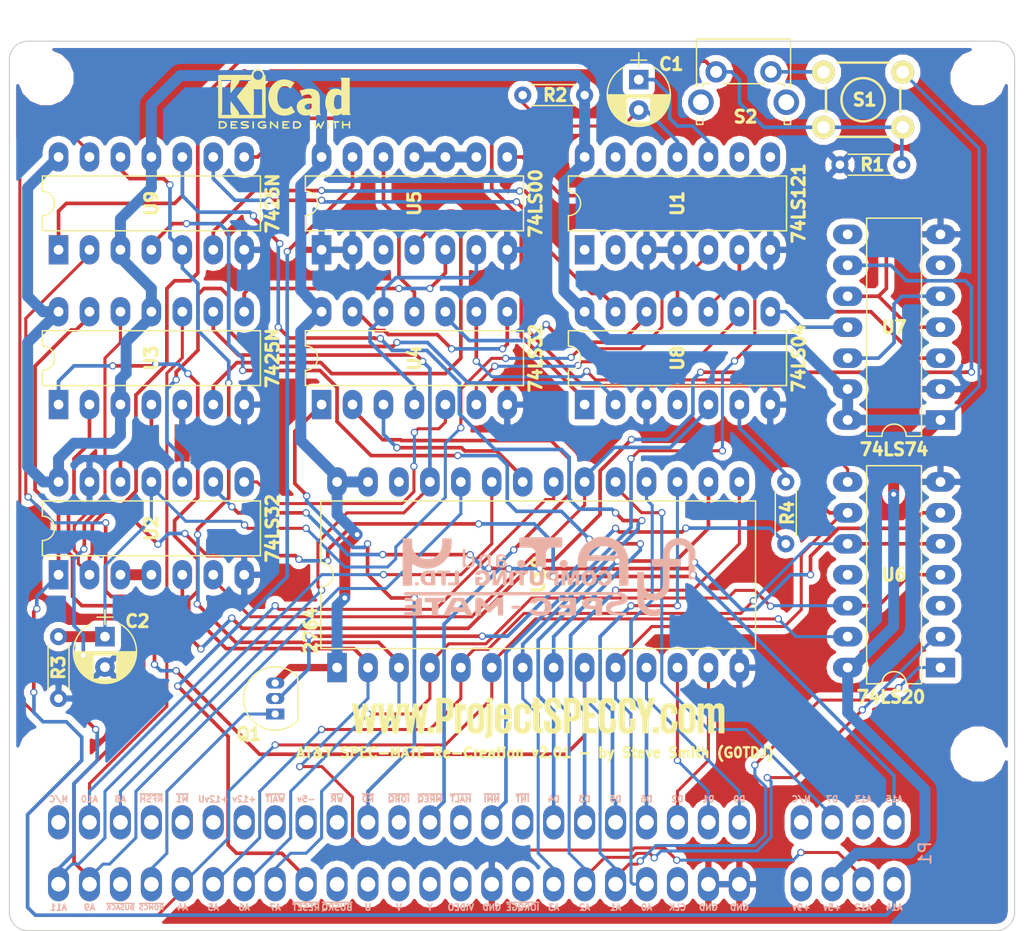
<source format=kicad_pcb>
(kicad_pcb (version 4) (host pcbnew 4.0.7)
  (layers (0 F.Cu signal) (31 B.Cu signal) (34 B.Paste user) (35 F.Paste user) (36 B.SilkS user) (37 F.SilkS user) (38 B.Mask user) (39 F.Mask user) (44 Edge.Cuts user))
  (net 0 "")
  (net 1 "Net-(C1-Pad1)")
  (net 2 "Net-(C1-Pad2)")
  (net 3 "Net-(C2-Pad1)")
  (net 4 GND)
  (net 5 A11)
  (net 6 A9)
  (net 7 "Net-(P1-Pad26B)")
  (net 8 ~ROMCS)
  (net 9 A4)
  (net 10 A5)
  (net 11 A6)
  (net 12 A7)
  (net 13 "Net-(P1-Pad28A)")
  (net 14 A10)
  (net 15 A8)
  (net 16 "Net-(P1-Pad25A)")
  (net 17 "Net-(P1-Pad24A)")
  (net 18 "Net-(P1-Pad23A)")
  (net 19 "Net-(P1-Pad22A)")
  (net 20 "Net-(P1-Pad21A)")
  (net 21 A15)
  (net 22 A14)
  (net 23 A13)
  (net 24 A12)
  (net 25 D7)
  (net 26 +5volts)
  (net 27 "Net-(P1-Pad4A)")
  (net 28 "Net-(P1-Pad4B)")
  (net 29 D0)
  (net 30 D1)
  (net 31 D2)
  (net 32 CLK)
  (net 33 D6)
  (net 34 A0)
  (net 35 D5)
  (net 36 A1)
  (net 37 D3)
  (net 38 A2)
  (net 39 D4)
  (net 40 A3)
  (net 41 "Net-(P1-Pad13A)")
  (net 42 "Net-(P1-Pad13B)")
  (net 43 ~NMI)
  (net 44 "Net-(P1-Pad15A)")
  (net 45 "Net-(P1-Pad15B)")
  (net 46 ~MREQ)
  (net 47 "Net-(P1-Pad16B)")
  (net 48 "Net-(P1-Pad17A)")
  (net 49 "Net-(P1-Pad17B)")
  (net 50 ~RD)
  (net 51 "Net-(P1-Pad18B)")
  (net 52 "Net-(P1-Pad19A)")
  (net 53 "Net-(P1-Pad19B)")
  (net 54 "Net-(P1-Pad20A)")
  (net 55 ~RESET)
  (net 56 "Net-(Q1-Pad2)")
  (net 57 "Net-(R1-Pad2)")
  (net 58 "Net-(R4-Pad1)")
  (net 59 "Net-(S1-Pad4)")
  (net 60 "Net-(U1-Pad1)")
  (net 61 "Net-(U1-Pad9)")
  (net 62 "Net-(U1-Pad6)")
  (net 63 "Net-(U2-Pad8)")
  (net 64 "Net-(U2-Pad9)")
  (net 65 "Net-(U2-Pad3)")
  (net 66 "Net-(U2-Pad10)")
  (net 67 "Net-(U2-Pad5)")
  (net 68 ~ROM_CE)
  (net 69 "Net-(U3-Pad8)")
  (net 70 "Net-(U3-Pad6)")
  (net 71 "Net-(U4-Pad13)")
  (net 72 "Net-(U4-Pad9)")
  (net 73 "Net-(U10-Pad22)")
  (net 74 "Net-(U4-Pad10)")
  (net 75 "Net-(U4-Pad12)")
  (net 76 "Net-(U4-Pad11)")
  (net 77 "Net-(U4-Pad6)")
  (net 78 "Net-(U5-Pad8)")
  (net 79 "Net-(U5-Pad10)")
  (net 80 "Net-(U5-Pad3)")
  (net 81 "Net-(U7-Pad8)")
  (net 82 "Net-(U7-Pad11)")
  (net 83 "Net-(U7-Pad12)")
  (net 84 "Net-(U7-Pad6)")
  (net 85 "Net-(U8-Pad1)")
  (net 86 "Net-(U8-Pad4)")
  (net 87 "Net-(U8-Pad13)")
  (net 88 "Net-(U10-Pad26)")
  (module Capacitors_THT:CP_Radial_D5.0mm_P2.50mm (layer F.Cu) (at 160.655 57.15 270)
    (fp_text reference C1 (at -1.27 -2.667 360) (layer F.SilkS) (effects (font (thickness 0.25))))
    (fp_text value 10u hide)
    (pad 1 thru_hole rect (at 0 0 270) (size 1.6 1.6) (drill 0.8) (layers *.Cu *.Mask) (net 1 "Net-(C1-Pad1)"))
    (pad 2 thru_hole circle (at 2.5 0 270) (size 1.6 1.6) (drill 0.8) (layers *.Cu *.Mask) (net 2 "Net-(C1-Pad2)"))
  )
  (module Capacitors_THT:CP_Radial_D5.0mm_P2.50mm (layer F.Cu) (at 116.84 102.87 270)
    (fp_text reference C2 (at -1.27 -2.667 360) (layer F.SilkS) (effects (font (thickness 0.25))))
    (fp_text value 2u2 hide)
    (pad 1 thru_hole rect (at 0 0 270) (size 1.6 1.6) (drill 0.8) (layers *.Cu *.Mask) (net 3 "Net-(C2-Pad1)"))
    (pad 2 thru_hole circle (at 2.5 0 270) (size 1.6 1.6) (drill 0.8) (layers *.Cu *.Mask) (net 4 GND))
  )
  (module G0TDJ:Spectrum_Edge_Connector (layer B.Cu) (at 148.59 120.65 180)
    (fp_text reference P1 (at -35.56 0 450) (layer B.SilkS) (effects (justify mirror)))
    (fp_text value SPECTRUM_EDGE-28x2)
    (fp_text user N/C (at 35.56 4.445 180) (layer B.SilkS) (effects (font (size 0.5 0.5) (thickness 0.125)) (justify mirror)))
    (fp_text user A10 (at 33.02 4.445 180) (layer B.SilkS) (effects (font (size 0.5 0.5) (thickness 0.125)) (justify mirror)))
    (fp_text user A11 (at 35.56 -4.445 180) (layer B.SilkS) (effects (font (size 0.5 0.5) (thickness 0.125)) (justify mirror)))
    (fp_text user A9 (at 33.02 -4.445 180) (layer B.SilkS) (effects (font (size 0.5 0.5) (thickness 0.125)) (justify mirror)))
    (fp_text user A8 (at 30.48 4.445 180) (layer B.SilkS) (effects (font (size 0.5 0.5) (thickness 0.125)) (justify mirror)))
    (fp_text user ~RFSH (at 27.94 4.445 180) (layer B.SilkS) (effects (font (size 0.5 0.5) (thickness 0.125)) (justify mirror)))
    (fp_text user ~M1 (at 25.4 4.445 180) (layer B.SilkS) (effects (font (size 0.5 0.5) (thickness 0.125)) (justify mirror)))
    (fp_text user +12vU (at 22.86 4.445 180) (layer B.SilkS) (effects (font (size 0.5 0.5) (thickness 0.125)) (justify mirror)))
    (fp_text user ~BUSACK (at 30.48 -4.445 180) (layer B.SilkS) (effects (font (size 0.4 0.4) (thickness 0.1)) (justify mirror)))
    (fp_text user ~ROMCS (at 27.94 -4.445 180) (layer B.SilkS) (effects (font (size 0.4 0.4) (thickness 0.1)) (justify mirror)))
    (fp_text user A4 (at 25.4 -4.445 180) (layer B.SilkS) (effects (font (size 0.5 0.5) (thickness 0.125)) (justify mirror)))
    (fp_text user A5 (at 22.86 -4.445 180) (layer B.SilkS) (effects (font (size 0.5 0.5) (thickness 0.125)) (justify mirror)))
    (fp_text user +12v (at 20.32 4.445 180) (layer B.SilkS) (effects (font (size 0.5 0.5) (thickness 0.125)) (justify mirror)))
    (fp_text user ~WAIT (at 17.78 4.445 180) (layer B.SilkS) (effects (font (size 0.5 0.5) (thickness 0.125)) (justify mirror)))
    (fp_text user -5v (at 15.24 4.445 180) (layer B.SilkS) (effects (font (size 0.5 0.5) (thickness 0.125)) (justify mirror)))
    (fp_text user ~WR (at 12.7 4.445 180) (layer B.SilkS) (effects (font (size 0.5 0.5) (thickness 0.125)) (justify mirror)))
    (fp_text user A6 (at 20.32 -4.445 180) (layer B.SilkS) (effects (font (size 0.5 0.5) (thickness 0.125)) (justify mirror)))
    (fp_text user A7 (at 17.78 -4.445 180) (layer B.SilkS) (effects (font (size 0.5 0.5) (thickness 0.125)) (justify mirror)))
    (fp_text user ~RESET (at 15.24 -4.445 180) (layer B.SilkS) (effects (font (size 0.5 0.5) (thickness 0.125)) (justify mirror)))
    (fp_text user ~BUSRQ (at 12.7 -4.445 180) (layer B.SilkS) (effects (font (size 0.5 0.5) (thickness 0.125)) (justify mirror)))
    (fp_text user ~RD (at 10.16 4.445 180) (layer B.SilkS) (effects (font (size 0.5 0.5) (thickness 0.125)) (justify mirror)))
    (fp_text user ~IORQ (at 7.62 4.445 180) (layer B.SilkS) (effects (font (size 0.5 0.5) (thickness 0.125)) (justify mirror)))
    (fp_text user ~MREQ (at 5.08 4.445 180) (layer B.SilkS) (effects (font (size 0.5 0.5) (thickness 0.125)) (justify mirror)))
    (fp_text user ~HALT (at 2.54 4.445 180) (layer B.SilkS) (effects (font (size 0.5 0.5) (thickness 0.125)) (justify mirror)))
    (fp_text user U (at 10.16 -4.445 180) (layer B.SilkS) (effects (font (size 0.5 0.5) (thickness 0.125)) (justify mirror)))
    (fp_text user V (at 7.62 -4.445 180) (layer B.SilkS) (effects (font (size 0.5 0.5) (thickness 0.125)) (justify mirror)))
    (fp_text user Y (at 5.08 -4.445 180) (layer B.SilkS) (effects (font (size 0.5 0.5) (thickness 0.125)) (justify mirror)))
    (fp_text user VIDEO (at 2.54 -4.445 180) (layer B.SilkS) (effects (font (size 0.5 0.5) (thickness 0.125)) (justify mirror)))
    (fp_text user GND (at 0 -4.445 180) (layer B.SilkS) (effects (font (size 0.5 0.5) (thickness 0.125)) (justify mirror)))
    (fp_text user ~IORQGE (at -2.54 -4.445 180) (layer B.SilkS) (effects (font (size 0.5 0.5) (thickness 0.125)) (justify mirror)))
    (fp_text user A3 (at -5.08 -4.445 180) (layer B.SilkS) (effects (font (size 0.5 0.5) (thickness 0.125)) (justify mirror)))
    (fp_text user ~NMI (at 0 4.445 180) (layer B.SilkS) (effects (font (size 0.5 0.5) (thickness 0.125)) (justify mirror)))
    (fp_text user ~INT (at -2.54 4.445 180) (layer B.SilkS) (effects (font (size 0.5 0.5) (thickness 0.125)) (justify mirror)))
    (fp_text user D4 (at -5.08 4.445 180) (layer B.SilkS) (effects (font (size 0.5 0.5) (thickness 0.125)) (justify mirror)))
    (fp_text user D3 (at -7.62 4.445 180) (layer B.SilkS) (effects (font (size 0.5 0.5) (thickness 0.125)) (justify mirror)))
    (fp_text user A2 (at -7.62 -4.445 180) (layer B.SilkS) (effects (font (size 0.5 0.5) (thickness 0.125)) (justify mirror)))
    (fp_text user D5 (at -10.16 4.445 180) (layer B.SilkS) (effects (font (size 0.5 0.5) (thickness 0.125)) (justify mirror)))
    (fp_text user D6 (at -12.7 4.445 180) (layer B.SilkS) (effects (font (size 0.5 0.5) (thickness 0.125)) (justify mirror)))
    (fp_text user D2 (at -15.24 4.445 180) (layer B.SilkS) (effects (font (size 0.5 0.5) (thickness 0.125)) (justify mirror)))
    (fp_text user A1 (at -10.16 -4.445 180) (layer B.SilkS) (effects (font (size 0.5 0.5) (thickness 0.125)) (justify mirror)))
    (fp_text user A0 (at -12.7 -4.445 180) (layer B.SilkS) (effects (font (size 0.5 0.5) (thickness 0.125)) (justify mirror)))
    (fp_text user CLK (at -15.24 -4.445 180) (layer B.SilkS) (effects (font (size 0.5 0.5) (thickness 0.125)) (justify mirror)))
    (fp_text user GND (at -17.78 -4.445 180) (layer B.SilkS) (effects (font (size 0.5 0.5) (thickness 0.125)) (justify mirror)))
    (fp_text user GND (at -20.32 -4.445 180) (layer B.SilkS) (effects (font (size 0.5 0.5) (thickness 0.125)) (justify mirror)))
    (fp_text user +9v (at -25.4 -4.445 180) (layer B.SilkS) (effects (font (size 0.5 0.5) (thickness 0.125)) (justify mirror)))
    (fp_text user +5v (at -27.94 -4.445 180) (layer B.SilkS) (effects (font (size 0.5 0.5) (thickness 0.125)) (justify mirror)))
    (fp_text user A12 (at -30.48 -4.445 180) (layer B.SilkS) (effects (font (size 0.5 0.5) (thickness 0.125)) (justify mirror)))
    (fp_text user A14 (at -33.02 -4.445 180) (layer B.SilkS) (effects (font (size 0.5 0.5) (thickness 0.125)) (justify mirror)))
    (fp_text user D1 (at -17.78 4.445 180) (layer B.SilkS) (effects (font (size 0.5 0.5) (thickness 0.125)) (justify mirror)))
    (fp_text user D0 (at -20.32 4.445 180) (layer B.SilkS) (effects (font (size 0.5 0.5) (thickness 0.125)) (justify mirror)))
    (fp_text user N/C (at -25.4 4.445 180) (layer B.SilkS) (effects (font (size 0.5 0.5) (thickness 0.125)) (justify mirror)))
    (fp_text user D7 (at -27.94 4.445 180) (layer B.SilkS) (effects (font (size 0.5 0.5) (thickness 0.125)) (justify mirror)))
    (fp_text user A13 (at -30.48 4.445 180) (layer B.SilkS) (effects (font (size 0.5 0.5) (thickness 0.125)) (justify mirror)))
    (fp_text user A15 (at -33.02 4.445 180) (layer B.SilkS) (effects (font (size 0.5 0.5) (thickness 0.125)) (justify mirror)))
    (pad 28B thru_hole oval (at 35.56 -2.54 180) (size 1.7272 2.8) (drill 1.2) (layers *.Cu *.Mask) (net 5 A11))
    (pad 27B thru_hole oval (at 33.02 -2.54 180) (size 1.7272 2.8) (drill 1.2) (layers *.Cu *.Mask) (net 6 A9))
    (pad 26B thru_hole oval (at 30.48 -2.54 180) (size 1.7272 2.8) (drill 1.2) (layers *.Cu *.Mask) (net 7 "Net-(P1-Pad26B)"))
    (pad 25B thru_hole oval (at 27.94 -2.54 180) (size 1.7272 2.8) (drill 1.2) (layers *.Cu *.Mask) (net 8 ~ROMCS))
    (pad 24B thru_hole oval (at 25.4 -2.54 180) (size 1.7272 2.8) (drill 1.2) (layers *.Cu *.Mask) (net 9 A4))
    (pad 23B thru_hole oval (at 22.86 -2.54 180) (size 1.7272 2.8) (drill 1.2) (layers *.Cu *.Mask) (net 10 A5))
    (pad 22B thru_hole oval (at 20.32 -2.54 180) (size 1.7272 2.8) (drill 1.2) (layers *.Cu *.Mask) (net 11 A6))
    (pad 21B thru_hole oval (at 17.78 -2.54 180) (size 1.7272 2.8) (drill 1.2) (layers *.Cu *.Mask) (net 12 A7))
    (pad 28A thru_hole oval (at 35.56 2.54 180) (size 1.7272 2.8) (drill 1.2) (layers *.Cu *.Mask) (net 13 "Net-(P1-Pad28A)"))
    (pad 27A thru_hole oval (at 33.02 2.54 180) (size 1.7272 2.8) (drill 1.2) (layers *.Cu *.Mask) (net 14 A10))
    (pad 26A thru_hole oval (at 30.48 2.54 180) (size 1.7272 2.8) (drill 1.2) (layers *.Cu *.Mask) (net 15 A8))
    (pad 25A thru_hole oval (at 27.94 2.54 180) (size 1.7272 2.8) (drill 1.2) (layers *.Cu *.Mask) (net 16 "Net-(P1-Pad25A)"))
    (pad 24A thru_hole oval (at 25.4 2.54 180) (size 1.7272 2.8) (drill 1.2) (layers *.Cu *.Mask) (net 17 "Net-(P1-Pad24A)"))
    (pad 23A thru_hole oval (at 22.86 2.54 180) (size 1.7272 2.8) (drill 1.2) (layers *.Cu *.Mask) (net 18 "Net-(P1-Pad23A)"))
    (pad 22A thru_hole oval (at 20.32 2.54 180) (size 1.7272 2.8) (drill 1.2) (layers *.Cu *.Mask) (net 19 "Net-(P1-Pad22A)"))
    (pad 21A thru_hole oval (at 17.78 2.54 180) (size 1.7272 2.8) (drill 1.2) (layers *.Cu *.Mask) (net 20 "Net-(P1-Pad21A)"))
    (pad 1A thru_hole oval (at -33.02 2.54 180) (size 1.7272 2.8) (drill 1.2) (layers *.Cu *.Mask) (net 21 A15))
    (pad 1B thru_hole oval (at -33.02 -2.54 180) (size 1.7272 2.8) (drill 1.2) (layers *.Cu *.Mask) (net 22 A14))
    (pad 2A thru_hole oval (at -30.48 2.54 180) (size 1.7272 2.8) (drill 1.2) (layers *.Cu *.Mask) (net 23 A13))
    (pad 2B thru_hole oval (at -30.48 -2.54 180) (size 1.7272 2.8) (drill 1.2) (layers *.Cu *.Mask) (net 24 A12))
    (pad 3A thru_hole oval (at -27.94 2.54 180) (size 1.7272 2.8) (drill 1.2) (layers *.Cu *.Mask) (net 25 D7))
    (pad 3B thru_hole oval (at -27.94 -2.54 180) (size 1.7272 2.8) (drill 1.2) (layers *.Cu *.Mask) (net 26 +5volts))
    (pad 4A thru_hole oval (at -25.4 2.54 180) (size 1.7272 2.8) (drill 1.2) (layers *.Cu *.Mask) (net 27 "Net-(P1-Pad4A)"))
    (pad 4B thru_hole oval (at -25.4 -2.54 180) (size 1.7272 2.8) (drill 1.2) (layers *.Cu *.Mask) (net 28 "Net-(P1-Pad4B)"))
    (pad 6A thru_hole oval (at -20.32 2.54 180) (size 1.7272 2.8) (drill 1.2) (layers *.Cu *.Mask) (net 29 D0))
    (pad 6B thru_hole oval (at -20.32 -2.54 180) (size 1.7272 2.8) (drill 1.2) (layers *.Cu *.Mask) (net 4 GND))
    (pad 7A thru_hole oval (at -17.78 2.54 180) (size 1.7272 2.8) (drill 1.2) (layers *.Cu *.Mask) (net 30 D1))
    (pad 7B thru_hole oval (at -17.78 -2.54 180) (size 1.7272 2.8) (drill 1.2) (layers *.Cu *.Mask) (net 4 GND))
    (pad 8A thru_hole oval (at -15.24 2.54 180) (size 1.7272 2.8) (drill 1.2) (layers *.Cu *.Mask) (net 31 D2))
    (pad 8B thru_hole oval (at -15.24 -2.54 180) (size 1.7272 2.8) (drill 1.2) (layers *.Cu *.Mask) (net 32 CLK))
    (pad 9A thru_hole oval (at -12.7 2.54 180) (size 1.7272 2.8) (drill 1.2) (layers *.Cu *.Mask) (net 33 D6))
    (pad 9B thru_hole oval (at -12.7 -2.54 180) (size 1.7272 2.8) (drill 1.2) (layers *.Cu *.Mask) (net 34 A0))
    (pad 10A thru_hole oval (at -10.16 2.54 180) (size 1.7272 2.8) (drill 1.2) (layers *.Cu *.Mask) (net 35 D5))
    (pad 10B thru_hole oval (at -10.16 -2.54 180) (size 1.7272 2.8) (drill 1.2) (layers *.Cu *.Mask) (net 36 A1))
    (pad 11A thru_hole oval (at -7.62 2.54 180) (size 1.7272 2.8) (drill 1.2) (layers *.Cu *.Mask) (net 37 D3))
    (pad 11B thru_hole oval (at -7.62 -2.54 180) (size 1.7272 2.8) (drill 1.2) (layers *.Cu *.Mask) (net 38 A2))
    (pad 12A thru_hole oval (at -5.08 2.54 180) (size 1.7272 2.8) (drill 1.2) (layers *.Cu *.Mask) (net 39 D4))
    (pad 12B thru_hole oval (at -5.08 -2.54 180) (size 1.7272 2.8) (drill 1.2) (layers *.Cu *.Mask) (net 40 A3))
    (pad 13A thru_hole oval (at -2.54 2.54 180) (size 1.7272 2.8) (drill 1.2) (layers *.Cu *.Mask) (net 41 "Net-(P1-Pad13A)"))
    (pad 13B thru_hole oval (at -2.54 -2.54 180) (size 1.7272 2.8) (drill 1.2) (layers *.Cu *.Mask) (net 42 "Net-(P1-Pad13B)"))
    (pad 14A thru_hole oval (at 0 2.54 180) (size 1.7272 2.8) (drill 1.2) (layers *.Cu *.Mask) (net 43 ~NMI))
    (pad 14B thru_hole oval (at 0 -2.54 180) (size 1.7272 2.8) (drill 1.2) (layers *.Cu *.Mask) (net 4 GND))
    (pad 15A thru_hole oval (at 2.54 2.54 180) (size 1.7272 2.8) (drill 1.2) (layers *.Cu *.Mask) (net 44 "Net-(P1-Pad15A)"))
    (pad 15B thru_hole oval (at 2.54 -2.54 180) (size 1.7272 2.8) (drill 1.2) (layers *.Cu *.Mask) (net 45 "Net-(P1-Pad15B)"))
    (pad 16A thru_hole oval (at 5.08 2.54 180) (size 1.7272 2.8) (drill 1.2) (layers *.Cu *.Mask) (net 46 ~MREQ))
    (pad 16B thru_hole oval (at 5.08 -2.54 180) (size 1.7272 2.8) (drill 1.2) (layers *.Cu *.Mask) (net 47 "Net-(P1-Pad16B)"))
    (pad 17A thru_hole oval (at 7.62 2.54 180) (size 1.7272 2.8) (drill 1.2) (layers *.Cu *.Mask) (net 48 "Net-(P1-Pad17A)"))
    (pad 17B thru_hole oval (at 7.62 -2.54 180) (size 1.7272 2.8) (drill 1.2) (layers *.Cu *.Mask) (net 49 "Net-(P1-Pad17B)"))
    (pad 18A thru_hole oval (at 10.16 2.54 180) (size 1.7272 2.8) (drill 1.2) (layers *.Cu *.Mask) (net 50 ~RD))
    (pad 18B thru_hole oval (at 10.16 -2.54 180) (size 1.7272 2.8) (drill 1.2) (layers *.Cu *.Mask) (net 51 "Net-(P1-Pad18B)"))
    (pad 19A thru_hole oval (at 12.7 2.54 180) (size 1.7272 2.8) (drill 1.2) (layers *.Cu *.Mask) (net 52 "Net-(P1-Pad19A)"))
    (pad 19B thru_hole oval (at 12.7 -2.54 180) (size 1.7272 2.8) (drill 1.2) (layers *.Cu *.Mask) (net 53 "Net-(P1-Pad19B)"))
    (pad 20A thru_hole oval (at 15.24 2.54 180) (size 1.7272 2.8) (drill 1.2) (layers *.Cu *.Mask) (net 54 "Net-(P1-Pad20A)"))
    (pad 20B thru_hole oval (at 15.24 -2.54 180) (size 1.7272 2.8) (drill 1.2) (layers *.Cu *.Mask) (net 55 ~RESET))
  )
  (module TO_SOT_Packages_THT:TO-92_Inline_Narrow_Oval (layer F.Cu) (at 130.81 109.22 90)
    (fp_text reference Q1 (at -1.651 -2.159 180) (layer F.SilkS) (effects (font (thickness 0.25))))
    (fp_text value 2N2222A hide)
    (pad 2 thru_hole oval (at 1.27 0 270) (size 0.9 1.5) (drill 0.6) (layers *.Cu *.Mask) (net 56 "Net-(Q1-Pad2)"))
    (pad 3 thru_hole oval (at 2.54 0 270) (size 0.9 1.5) (drill 0.6) (layers *.Cu *.Mask) (net 26 +5volts))
    (pad 1 thru_hole rect (at 0 0 270) (size 0.9 1.5) (drill 0.6) (layers *.Cu *.Mask) (net 8 ~ROMCS))
  )
  (module Resistors_THT:R_Axial_DIN0204_L3.6mm_D1.6mm_P5.08mm_Horizontal (layer F.Cu) (at 177.165 64.135)
    (fp_text reference R1 (at 2.667 0) (layer F.SilkS) (effects (font (thickness 0.25))))
    (fp_text value 1K hide)
    (pad 1 thru_hole circle (at 0 0) (size 1.4 1.4) (drill 0.7) (layers *.Cu *.Mask) (net 4 GND))
    (pad 2 thru_hole oval (at 5.08 0) (size 1.4 1.4) (drill 0.7) (layers *.Cu *.Mask) (net 57 "Net-(R1-Pad2)"))
  )
  (module Resistors_THT:R_Axial_DIN0204_L3.6mm_D1.6mm_P5.08mm_Horizontal (layer F.Cu) (at 151.13 58.42)
    (fp_text reference R2 (at 2.667 0) (layer F.SilkS) (effects (font (thickness 0.25))))
    (fp_text value 510R hide)
    (pad 1 thru_hole circle (at 0 0) (size 1.4 1.4) (drill 0.7) (layers *.Cu *.Mask) (net 2 "Net-(C1-Pad2)"))
    (pad 2 thru_hole oval (at 5.08 0) (size 1.4 1.4) (drill 0.7) (layers *.Cu *.Mask) (net 26 +5volts))
  )
  (module Resistors_THT:R_Axial_DIN0204_L3.6mm_D1.6mm_P5.08mm_Horizontal (layer F.Cu) (at 113.03 102.87 270)
    (fp_text reference R3 (at 2.54 0 270) (layer F.SilkS) (effects (font (thickness 0.25))))
    (fp_text value 10K hide)
    (pad 1 thru_hole circle (at 0 0 270) (size 1.4 1.4) (drill 0.7) (layers *.Cu *.Mask) (net 3 "Net-(C2-Pad1)"))
    (pad 2 thru_hole oval (at 5.08 0 270) (size 1.4 1.4) (drill 0.7) (layers *.Cu *.Mask) (net 4 GND))
  )
  (module Resistors_THT:R_Axial_DIN0204_L3.6mm_D1.6mm_P5.08mm_Horizontal (layer F.Cu) (at 172.72 90.17 270)
    (fp_text reference R4 (at 2.54 -0.127 270) (layer F.SilkS) (effects (font (thickness 0.25))))
    (fp_text value 1K1 hide)
    (pad 1 thru_hole circle (at 0 0 270) (size 1.4 1.4) (drill 0.7) (layers *.Cu *.Mask) (net 58 "Net-(R4-Pad1)"))
    (pad 2 thru_hole oval (at 5.08 0 270) (size 1.4 1.4) (drill 0.7) (layers *.Cu *.Mask) (net 56 "Net-(Q1-Pad2)"))
  )
  (module G0TDJ:TACTILE-PTH (layer F.Cu) (at 179.07 58.801 180)
    (fp_text reference S1 (at -0.127 0 180) (layer F.SilkS) (effects (font (thickness 0.25))))
    (fp_text value TAC_SWITCH hide)
    (pad 1 thru_hole circle (at -3.2512 -2.2606 180) (size 1.8796 1.8796) (drill 1.016) (layers *.Cu *.Mask F.SilkS) (net 57 "Net-(R1-Pad2)"))
    (pad 2 thru_hole circle (at 3.2512 -2.2606 180) (size 1.8796 1.8796) (drill 1.016) (layers *.Cu *.Mask F.SilkS) (net 57 "Net-(R1-Pad2)"))
    (pad 3 thru_hole circle (at -3.2512 2.2606 180) (size 1.8796 1.8796) (drill 1.016) (layers *.Cu *.Mask F.SilkS) (net 26 +5volts))
    (pad 4 thru_hole circle (at 3.2512 2.2606 180) (size 1.8796 1.8796) (drill 1.016) (layers *.Cu *.Mask F.SilkS) (net 59 "Net-(S1-Pad4)"))
  )
  (module Buttons_Switches_THT:SW_Tactile_SPST_Angled_PTS645Vx58-2LFS (layer F.Cu) (at 167.005 56.515)
    (fp_text reference S2 (at 2.413 3.683) (layer F.SilkS) (effects (font (thickness 0.25))))
    (fp_text value TAC_SWITCH_VERT hide)
    (pad "" thru_hole circle (at 5.76 2.49) (size 2.1 2.1) (drill 1.3) (layers *.Cu *.Mask))
    (pad 2 thru_hole circle (at 4.5 0) (size 1.75 1.75) (drill 0.99) (layers *.Cu *.Mask) (net 59 "Net-(S1-Pad4)"))
    (pad 1 thru_hole circle (at 0 0) (size 1.75 1.75) (drill 0.99) (layers *.Cu *.Mask) (net 57 "Net-(R1-Pad2)"))
    (pad "" thru_hole circle (at -1.25 2.49) (size 2.1 2.1) (drill 1.3) (layers *.Cu *.Mask))
  )
  (module Housings_DIP:DIP-14_W7.62mm_LongPads (layer F.Cu) (at 156.21 71.12 90)
    (fp_text reference U1 hide)
    (fp_text value 74LS121 (at 3.81 17.57 90) (layer F.SilkS) (effects (font (thickness 0.25))))
    (fp_text user %R (at 3.81 7.62 90) (layer F.SilkS) (effects (font (thickness 0.25))))
    (pad 1 thru_hole rect (at 0 0 90) (size 2.4 1.6) (drill 0.8) (layers *.Cu *.Mask) (net 60 "Net-(U1-Pad1)"))
    (pad 8 thru_hole oval (at 7.62 15.24 90) (size 2.4 1.6) (drill 0.8) (layers *.Cu *.Mask))
    (pad 2 thru_hole oval (at 0 2.54 90) (size 2.4 1.6) (drill 0.8) (layers *.Cu *.Mask))
    (pad 9 thru_hole oval (at 7.62 12.7 90) (size 2.4 1.6) (drill 0.8) (layers *.Cu *.Mask) (net 61 "Net-(U1-Pad9)"))
    (pad 3 thru_hole oval (at 0 5.08 90) (size 2.4 1.6) (drill 0.8) (layers *.Cu *.Mask) (net 4 GND))
    (pad 10 thru_hole oval (at 7.62 10.16 90) (size 2.4 1.6) (drill 0.8) (layers *.Cu *.Mask) (net 1 "Net-(C1-Pad1)"))
    (pad 4 thru_hole oval (at 0 7.62 90) (size 2.4 1.6) (drill 0.8) (layers *.Cu *.Mask) (net 4 GND))
    (pad 11 thru_hole oval (at 7.62 7.62 90) (size 2.4 1.6) (drill 0.8) (layers *.Cu *.Mask) (net 2 "Net-(C1-Pad2)"))
    (pad 5 thru_hole oval (at 0 10.16 90) (size 2.4 1.6) (drill 0.8) (layers *.Cu *.Mask) (net 3 "Net-(C2-Pad1)"))
    (pad 12 thru_hole oval (at 7.62 5.08 90) (size 2.4 1.6) (drill 0.8) (layers *.Cu *.Mask))
    (pad 6 thru_hole oval (at 0 12.7 90) (size 2.4 1.6) (drill 0.8) (layers *.Cu *.Mask) (net 62 "Net-(U1-Pad6)"))
    (pad 13 thru_hole oval (at 7.62 2.54 90) (size 2.4 1.6) (drill 0.8) (layers *.Cu *.Mask))
    (pad 7 thru_hole oval (at 0 15.24 90) (size 2.4 1.6) (drill 0.8) (layers *.Cu *.Mask) (net 4 GND))
    (pad 14 thru_hole oval (at 7.62 0 90) (size 2.4 1.6) (drill 0.8) (layers *.Cu *.Mask) (net 26 +5volts))
  )
  (module Housings_DIP:DIP-14_W7.62mm_LongPads (layer F.Cu) (at 113.03 97.79 90)
    (fp_text reference U2 hide)
    (fp_text value 74LS32 (at 3.81 17.57 90) (layer F.SilkS) (effects (font (thickness 0.25))))
    (fp_text user %R (at 3.81 7.62 90) (layer F.SilkS) (effects (font (thickness 0.25))))
    (pad 1 thru_hole rect (at 0 0 90) (size 2.4 1.6) (drill 0.8) (layers *.Cu *.Mask) (net 22 A14))
    (pad 8 thru_hole oval (at 7.62 15.24 90) (size 2.4 1.6) (drill 0.8) (layers *.Cu *.Mask) (net 63 "Net-(U2-Pad8)"))
    (pad 2 thru_hole oval (at 0 2.54 90) (size 2.4 1.6) (drill 0.8) (layers *.Cu *.Mask) (net 21 A15))
    (pad 9 thru_hole oval (at 7.62 12.7 90) (size 2.4 1.6) (drill 0.8) (layers *.Cu *.Mask) (net 64 "Net-(U2-Pad9)"))
    (pad 3 thru_hole oval (at 0 5.08 90) (size 2.4 1.6) (drill 0.8) (layers *.Cu *.Mask) (net 65 "Net-(U2-Pad3)"))
    (pad 10 thru_hole oval (at 7.62 10.16 90) (size 2.4 1.6) (drill 0.8) (layers *.Cu *.Mask) (net 66 "Net-(U2-Pad10)"))
    (pad 4 thru_hole oval (at 0 7.62 90) (size 2.4 1.6) (drill 0.8) (layers *.Cu *.Mask) (net 65 "Net-(U2-Pad3)"))
    (pad 11 thru_hole oval (at 7.62 7.62 90) (size 2.4 1.6) (drill 0.8) (layers *.Cu *.Mask) (net 3 "Net-(C2-Pad1)"))
    (pad 5 thru_hole oval (at 0 10.16 90) (size 2.4 1.6) (drill 0.8) (layers *.Cu *.Mask) (net 67 "Net-(U2-Pad5)"))
    (pad 12 thru_hole oval (at 7.62 5.08 90) (size 2.4 1.6) (drill 0.8) (layers *.Cu *.Mask) (net 57 "Net-(R1-Pad2)"))
    (pad 6 thru_hole oval (at 0 12.7 90) (size 2.4 1.6) (drill 0.8) (layers *.Cu *.Mask) (net 68 ~ROM_CE))
    (pad 13 thru_hole oval (at 7.62 2.54 90) (size 2.4 1.6) (drill 0.8) (layers *.Cu *.Mask) (net 4 GND))
    (pad 7 thru_hole oval (at 0 15.24 90) (size 2.4 1.6) (drill 0.8) (layers *.Cu *.Mask) (net 4 GND))
    (pad 14 thru_hole oval (at 7.62 0 90) (size 2.4 1.6) (drill 0.8) (layers *.Cu *.Mask) (net 26 +5volts))
  )
  (module Housings_DIP:DIP-14_W7.62mm_LongPads (layer F.Cu) (at 113.03 83.82 90)
    (fp_text reference U3 hide)
    (fp_text value 7425N (at 3.81 17.57 90) (layer F.SilkS) (effects (font (thickness 0.25))))
    (fp_text user %R (at 3.81 7.62 90) (layer F.SilkS) (effects (font (thickness 0.25))))
    (pad 1 thru_hole rect (at 0 0 90) (size 2.4 1.6) (drill 0.8) (layers *.Cu *.Mask) (net 24 A12))
    (pad 8 thru_hole oval (at 7.62 15.24 90) (size 2.4 1.6) (drill 0.8) (layers *.Cu *.Mask) (net 69 "Net-(U3-Pad8)"))
    (pad 2 thru_hole oval (at 0 2.54 90) (size 2.4 1.6) (drill 0.8) (layers *.Cu *.Mask) (net 6 A9))
    (pad 9 thru_hole oval (at 7.62 12.7 90) (size 2.4 1.6) (drill 0.8) (layers *.Cu *.Mask) (net 15 A8))
    (pad 3 thru_hole oval (at 0 5.08 90) (size 2.4 1.6) (drill 0.8) (layers *.Cu *.Mask) (net 26 +5volts))
    (pad 10 thru_hole oval (at 7.62 10.16 90) (size 2.4 1.6) (drill 0.8) (layers *.Cu *.Mask) (net 14 A10))
    (pad 4 thru_hole oval (at 0 7.62 90) (size 2.4 1.6) (drill 0.8) (layers *.Cu *.Mask) (net 5 A11))
    (pad 11 thru_hole oval (at 7.62 7.62 90) (size 2.4 1.6) (drill 0.8) (layers *.Cu *.Mask) (net 26 +5volts))
    (pad 5 thru_hole oval (at 0 10.16 90) (size 2.4 1.6) (drill 0.8) (layers *.Cu *.Mask) (net 4 GND))
    (pad 12 thru_hole oval (at 7.62 5.08 90) (size 2.4 1.6) (drill 0.8) (layers *.Cu *.Mask) (net 21 A15))
    (pad 6 thru_hole oval (at 0 12.7 90) (size 2.4 1.6) (drill 0.8) (layers *.Cu *.Mask) (net 70 "Net-(U3-Pad6)"))
    (pad 13 thru_hole oval (at 7.62 2.54 90) (size 2.4 1.6) (drill 0.8) (layers *.Cu *.Mask) (net 22 A14))
    (pad 7 thru_hole oval (at 0 15.24 90) (size 2.4 1.6) (drill 0.8) (layers *.Cu *.Mask) (net 4 GND))
    (pad 14 thru_hole oval (at 7.62 0 90) (size 2.4 1.6) (drill 0.8) (layers *.Cu *.Mask) (net 26 +5volts))
  )
  (module Housings_DIP:DIP-14_W7.62mm_LongPads (layer F.Cu) (at 134.62 83.82 90)
    (fp_text reference U4 hide)
    (fp_text value 74LS32 (at 3.81 17.57 90) (layer F.SilkS) (effects (font (thickness 0.25))))
    (fp_text user %R (at 3.81 7.62 90) (layer F.SilkS) (effects (font (thickness 0.25))))
    (pad 1 thru_hole rect (at 0 0 90) (size 2.4 1.6) (drill 0.8) (layers *.Cu *.Mask) (net 50 ~RD))
    (pad 8 thru_hole oval (at 7.62 15.24 90) (size 2.4 1.6) (drill 0.8) (layers *.Cu *.Mask) (net 71 "Net-(U4-Pad13)"))
    (pad 2 thru_hole oval (at 0 2.54 90) (size 2.4 1.6) (drill 0.8) (layers *.Cu *.Mask) (net 46 ~MREQ))
    (pad 9 thru_hole oval (at 7.62 12.7 90) (size 2.4 1.6) (drill 0.8) (layers *.Cu *.Mask) (net 72 "Net-(U4-Pad9)"))
    (pad 3 thru_hole oval (at 0 5.08 90) (size 2.4 1.6) (drill 0.8) (layers *.Cu *.Mask) (net 73 "Net-(U10-Pad22)"))
    (pad 10 thru_hole oval (at 7.62 10.16 90) (size 2.4 1.6) (drill 0.8) (layers *.Cu *.Mask) (net 74 "Net-(U4-Pad10)"))
    (pad 4 thru_hole oval (at 0 7.62 90) (size 2.4 1.6) (drill 0.8) (layers *.Cu *.Mask) (net 75 "Net-(U4-Pad12)"))
    (pad 11 thru_hole oval (at 7.62 7.62 90) (size 2.4 1.6) (drill 0.8) (layers *.Cu *.Mask) (net 76 "Net-(U4-Pad11)"))
    (pad 5 thru_hole oval (at 0 10.16 90) (size 2.4 1.6) (drill 0.8) (layers *.Cu *.Mask) (net 63 "Net-(U2-Pad8)"))
    (pad 12 thru_hole oval (at 7.62 5.08 90) (size 2.4 1.6) (drill 0.8) (layers *.Cu *.Mask) (net 75 "Net-(U4-Pad12)"))
    (pad 6 thru_hole oval (at 0 12.7 90) (size 2.4 1.6) (drill 0.8) (layers *.Cu *.Mask) (net 77 "Net-(U4-Pad6)"))
    (pad 13 thru_hole oval (at 7.62 2.54 90) (size 2.4 1.6) (drill 0.8) (layers *.Cu *.Mask) (net 71 "Net-(U4-Pad13)"))
    (pad 7 thru_hole oval (at 0 15.24 90) (size 2.4 1.6) (drill 0.8) (layers *.Cu *.Mask) (net 4 GND))
    (pad 14 thru_hole oval (at 7.62 0 90) (size 2.4 1.6) (drill 0.8) (layers *.Cu *.Mask) (net 26 +5volts))
  )
  (module Housings_DIP:DIP-14_W7.62mm_LongPads (layer F.Cu) (at 134.62 71.12 90)
    (fp_text reference U5 hide)
    (fp_text value 74LS00 (at 3.81 17.57 90) (layer F.SilkS) (effects (font (thickness 0.25))))
    (fp_text user %R (at 3.81 7.62 90) (layer F.SilkS) (effects (font (thickness 0.25))))
    (pad 1 thru_hole rect (at 0 0 90) (size 2.4 1.6) (drill 0.8) (layers *.Cu *.Mask) (net 4 GND))
    (pad 8 thru_hole oval (at 7.62 15.24 90) (size 2.4 1.6) (drill 0.8) (layers *.Cu *.Mask) (net 78 "Net-(U5-Pad8)"))
    (pad 2 thru_hole oval (at 0 2.54 90) (size 2.4 1.6) (drill 0.8) (layers *.Cu *.Mask) (net 4 GND))
    (pad 9 thru_hole oval (at 7.62 12.7 90) (size 2.4 1.6) (drill 0.8) (layers *.Cu *.Mask) (net 79 "Net-(U5-Pad10)"))
    (pad 3 thru_hole oval (at 0 5.08 90) (size 2.4 1.6) (drill 0.8) (layers *.Cu *.Mask) (net 80 "Net-(U5-Pad3)"))
    (pad 10 thru_hole oval (at 7.62 10.16 90) (size 2.4 1.6) (drill 0.8) (layers *.Cu *.Mask) (net 79 "Net-(U5-Pad10)"))
    (pad 4 thru_hole oval (at 0 7.62 90) (size 2.4 1.6) (drill 0.8) (layers *.Cu *.Mask) (net 70 "Net-(U3-Pad6)"))
    (pad 11 thru_hole oval (at 7.62 7.62 90) (size 2.4 1.6) (drill 0.8) (layers *.Cu *.Mask) (net 79 "Net-(U5-Pad10)"))
    (pad 5 thru_hole oval (at 0 10.16 90) (size 2.4 1.6) (drill 0.8) (layers *.Cu *.Mask) (net 69 "Net-(U3-Pad8)"))
    (pad 12 thru_hole oval (at 7.62 5.08 90) (size 2.4 1.6) (drill 0.8) (layers *.Cu *.Mask) (net 76 "Net-(U4-Pad11)"))
    (pad 6 thru_hole oval (at 0 12.7 90) (size 2.4 1.6) (drill 0.8) (layers *.Cu *.Mask) (net 75 "Net-(U4-Pad12)"))
    (pad 13 thru_hole oval (at 7.62 2.54 90) (size 2.4 1.6) (drill 0.8) (layers *.Cu *.Mask) (net 55 ~RESET))
    (pad 7 thru_hole oval (at 0 15.24 90) (size 2.4 1.6) (drill 0.8) (layers *.Cu *.Mask) (net 4 GND))
    (pad 14 thru_hole oval (at 7.62 0 90) (size 2.4 1.6) (drill 0.8) (layers *.Cu *.Mask) (net 26 +5volts))
  )
  (module Housings_DIP:DIP-14_W7.62mm_LongPads (layer F.Cu) (at 185.42 105.41 180)
    (fp_text reference U6 hide)
    (fp_text value 74LS20 (at 4.064 -2.413 180) (layer F.SilkS) (effects (font (thickness 0.25))))
    (fp_text user %R (at 3.81 7.62 180) (layer F.SilkS) (effects (font (thickness 0.25))))
    (pad 1 thru_hole rect (at 0 0 180) (size 2.4 1.6) (drill 0.8) (layers *.Cu *.Mask) (net 36 A1))
    (pad 8 thru_hole oval (at 7.62 15.24 180) (size 2.4 1.6) (drill 0.8) (layers *.Cu *.Mask) (net 72 "Net-(U4-Pad9)"))
    (pad 2 thru_hole oval (at 0 2.54 180) (size 2.4 1.6) (drill 0.8) (layers *.Cu *.Mask) (net 38 A2))
    (pad 9 thru_hole oval (at 7.62 12.7 180) (size 2.4 1.6) (drill 0.8) (layers *.Cu *.Mask) (net 34 A0))
    (pad 3 thru_hole oval (at 0 5.08 180) (size 2.4 1.6) (drill 0.8) (layers *.Cu *.Mask))
    (pad 10 thru_hole oval (at 7.62 10.16 180) (size 2.4 1.6) (drill 0.8) (layers *.Cu *.Mask) (net 10 A5))
    (pad 4 thru_hole oval (at 0 7.62 180) (size 2.4 1.6) (drill 0.8) (layers *.Cu *.Mask) (net 11 A6))
    (pad 11 thru_hole oval (at 7.62 7.62 180) (size 2.4 1.6) (drill 0.8) (layers *.Cu *.Mask))
    (pad 5 thru_hole oval (at 0 10.16 180) (size 2.4 1.6) (drill 0.8) (layers *.Cu *.Mask) (net 10 A5))
    (pad 12 thru_hole oval (at 7.62 5.08 180) (size 2.4 1.6) (drill 0.8) (layers *.Cu *.Mask) (net 11 A6))
    (pad 6 thru_hole oval (at 0 12.7 180) (size 2.4 1.6) (drill 0.8) (layers *.Cu *.Mask) (net 64 "Net-(U2-Pad9)"))
    (pad 13 thru_hole oval (at 7.62 2.54 180) (size 2.4 1.6) (drill 0.8) (layers *.Cu *.Mask) (net 9 A4))
    (pad 7 thru_hole oval (at 0 15.24 180) (size 2.4 1.6) (drill 0.8) (layers *.Cu *.Mask) (net 4 GND))
    (pad 14 thru_hole oval (at 7.62 0 180) (size 2.4 1.6) (drill 0.8) (layers *.Cu *.Mask) (net 26 +5volts))
  )
  (module Housings_DIP:DIP-14_W7.62mm_LongPads (layer F.Cu) (at 185.42 85.09 180)
    (fp_text reference U7 hide)
    (fp_text value 74LS74 (at 3.81 -2.413 180) (layer F.SilkS) (effects (font (thickness 0.25))))
    (fp_text user %R (at 3.81 7.62 180) (layer F.SilkS) (effects (font (thickness 0.25))))
    (pad 1 thru_hole rect (at 0 0 180) (size 2.4 1.6) (drill 0.8) (layers *.Cu *.Mask) (net 26 +5volts))
    (pad 8 thru_hole oval (at 7.62 15.24 180) (size 2.4 1.6) (drill 0.8) (layers *.Cu *.Mask) (net 81 "Net-(U7-Pad8)"))
    (pad 2 thru_hole oval (at 0 2.54 180) (size 2.4 1.6) (drill 0.8) (layers *.Cu *.Mask) (net 4 GND))
    (pad 9 thru_hole oval (at 7.62 12.7 180) (size 2.4 1.6) (drill 0.8) (layers *.Cu *.Mask) (net 67 "Net-(U2-Pad5)"))
    (pad 3 thru_hole oval (at 0 5.08 180) (size 2.4 1.6) (drill 0.8) (layers *.Cu *.Mask) (net 62 "Net-(U1-Pad6)"))
    (pad 10 thru_hole oval (at 7.62 10.16 180) (size 2.4 1.6) (drill 0.8) (layers *.Cu *.Mask) (net 78 "Net-(U5-Pad8)"))
    (pad 4 thru_hole oval (at 0 7.62 180) (size 2.4 1.6) (drill 0.8) (layers *.Cu *.Mask) (net 78 "Net-(U5-Pad8)"))
    (pad 11 thru_hole oval (at 7.62 7.62 180) (size 2.4 1.6) (drill 0.8) (layers *.Cu *.Mask) (net 82 "Net-(U7-Pad11)"))
    (pad 5 thru_hole oval (at 0 10.16 180) (size 2.4 1.6) (drill 0.8) (layers *.Cu *.Mask) (net 83 "Net-(U7-Pad12)"))
    (pad 12 thru_hole oval (at 7.62 5.08 180) (size 2.4 1.6) (drill 0.8) (layers *.Cu *.Mask) (net 83 "Net-(U7-Pad12)"))
    (pad 6 thru_hole oval (at 0 12.7 180) (size 2.4 1.6) (drill 0.8) (layers *.Cu *.Mask) (net 84 "Net-(U7-Pad6)"))
    (pad 13 thru_hole oval (at 7.62 2.54 180) (size 2.4 1.6) (drill 0.8) (layers *.Cu *.Mask) (net 26 +5volts))
    (pad 7 thru_hole oval (at 0 15.24 180) (size 2.4 1.6) (drill 0.8) (layers *.Cu *.Mask) (net 4 GND))
    (pad 14 thru_hole oval (at 7.62 0 180) (size 2.4 1.6) (drill 0.8) (layers *.Cu *.Mask) (net 26 +5volts))
  )
  (module Housings_DIP:DIP-14_W7.62mm_LongPads (layer F.Cu) (at 156.21 83.82 90)
    (fp_text reference U8 hide)
    (fp_text value 74LS04 (at 3.81 17.57 90) (layer F.SilkS) (effects (font (thickness 0.25))))
    (fp_text user %R (at 3.81 7.62 90) (layer F.SilkS) (effects (font (thickness 0.25))))
    (pad 1 thru_hole rect (at 0 0 90) (size 2.4 1.6) (drill 0.8) (layers *.Cu *.Mask) (net 85 "Net-(U8-Pad1)"))
    (pad 8 thru_hole oval (at 7.62 15.24 90) (size 2.4 1.6) (drill 0.8) (layers *.Cu *.Mask) (net 82 "Net-(U7-Pad11)"))
    (pad 2 thru_hole oval (at 0 2.54 90) (size 2.4 1.6) (drill 0.8) (layers *.Cu *.Mask) (net 66 "Net-(U2-Pad10)"))
    (pad 9 thru_hole oval (at 7.62 12.7 90) (size 2.4 1.6) (drill 0.8) (layers *.Cu *.Mask) (net 77 "Net-(U4-Pad6)"))
    (pad 3 thru_hole oval (at 0 5.08 90) (size 2.4 1.6) (drill 0.8) (layers *.Cu *.Mask) (net 4 GND))
    (pad 10 thru_hole oval (at 7.62 10.16 90) (size 2.4 1.6) (drill 0.8) (layers *.Cu *.Mask) (net 43 ~NMI))
    (pad 4 thru_hole oval (at 0 7.62 90) (size 2.4 1.6) (drill 0.8) (layers *.Cu *.Mask) (net 86 "Net-(U8-Pad4)"))
    (pad 11 thru_hole oval (at 7.62 7.62 90) (size 2.4 1.6) (drill 0.8) (layers *.Cu *.Mask) (net 62 "Net-(U1-Pad6)"))
    (pad 5 thru_hole oval (at 0 10.16 90) (size 2.4 1.6) (drill 0.8) (layers *.Cu *.Mask) (net 68 ~ROM_CE))
    (pad 12 thru_hole oval (at 7.62 5.08 90) (size 2.4 1.6) (drill 0.8) (layers *.Cu *.Mask) (net 74 "Net-(U4-Pad10)"))
    (pad 6 thru_hole oval (at 0 12.7 90) (size 2.4 1.6) (drill 0.8) (layers *.Cu *.Mask) (net 58 "Net-(R4-Pad1)"))
    (pad 13 thru_hole oval (at 7.62 2.54 90) (size 2.4 1.6) (drill 0.8) (layers *.Cu *.Mask) (net 87 "Net-(U8-Pad13)"))
    (pad 7 thru_hole oval (at 0 15.24 90) (size 2.4 1.6) (drill 0.8) (layers *.Cu *.Mask) (net 4 GND))
    (pad 14 thru_hole oval (at 7.62 0 90) (size 2.4 1.6) (drill 0.8) (layers *.Cu *.Mask) (net 26 +5volts))
  )
  (module Housings_DIP:DIP-14_W7.62mm_LongPads (layer F.Cu) (at 113.03 71.12 90)
    (fp_text reference U9 hide)
    (fp_text value 7425N (at 3.81 17.57 90) (layer F.SilkS) (effects (font (thickness 0.25))))
    (fp_text user %R (at 3.81 7.62 90) (layer F.SilkS) (effects (font (thickness 0.25))))
    (pad 1 thru_hole rect (at 0 0 90) (size 2.4 1.6) (drill 0.8) (layers *.Cu *.Mask) (net 40 A3))
    (pad 8 thru_hole oval (at 7.62 15.24 90) (size 2.4 1.6) (drill 0.8) (layers *.Cu *.Mask) (net 85 "Net-(U8-Pad1)"))
    (pad 2 thru_hole oval (at 0 2.54 90) (size 2.4 1.6) (drill 0.8) (layers *.Cu *.Mask) (net 36 A1))
    (pad 9 thru_hole oval (at 7.62 12.7 90) (size 2.4 1.6) (drill 0.8) (layers *.Cu *.Mask) (net 34 A0))
    (pad 3 thru_hole oval (at 0 5.08 90) (size 2.4 1.6) (drill 0.8) (layers *.Cu *.Mask) (net 26 +5volts))
    (pad 10 thru_hole oval (at 7.62 10.16 90) (size 2.4 1.6) (drill 0.8) (layers *.Cu *.Mask) (net 40 A3))
    (pad 4 thru_hole oval (at 0 7.62 90) (size 2.4 1.6) (drill 0.8) (layers *.Cu *.Mask) (net 38 A2))
    (pad 11 thru_hole oval (at 7.62 7.62 90) (size 2.4 1.6) (drill 0.8) (layers *.Cu *.Mask) (net 26 +5volts))
    (pad 5 thru_hole oval (at 0 10.16 90) (size 2.4 1.6) (drill 0.8) (layers *.Cu *.Mask) (net 12 A7))
    (pad 12 thru_hole oval (at 7.62 5.08 90) (size 2.4 1.6) (drill 0.8) (layers *.Cu *.Mask) (net 12 A7))
    (pad 6 thru_hole oval (at 0 12.7 90) (size 2.4 1.6) (drill 0.8) (layers *.Cu *.Mask) (net 87 "Net-(U8-Pad13)"))
    (pad 13 thru_hole oval (at 7.62 2.54 90) (size 2.4 1.6) (drill 0.8) (layers *.Cu *.Mask) (net 9 A4))
    (pad 7 thru_hole oval (at 0 15.24 90) (size 2.4 1.6) (drill 0.8) (layers *.Cu *.Mask) (net 4 GND))
    (pad 14 thru_hole oval (at 7.62 0 90) (size 2.4 1.6) (drill 0.8) (layers *.Cu *.Mask) (net 26 +5volts))
  )
  (module Housings_DIP:DIP-28_W15.24mm_LongPads (layer F.Cu) (at 135.89 105.41 90)
    (fp_text reference U10 hide)
    (fp_text value 2764 (at 3.048 -2.159 90) (layer F.SilkS) (effects (font (thickness 0.25))))
    (fp_text user %R (at 7.62 16.51 90) (layer F.SilkS) (effects (font (thickness 0.25))))
    (pad 1 thru_hole rect (at 0 0 90) (size 2.4 1.6) (drill 0.8) (layers *.Cu *.Mask) (net 26 +5volts))
    (pad 15 thru_hole oval (at 15.24 33.02 90) (size 2.4 1.6) (drill 0.8) (layers *.Cu *.Mask) (net 37 D3))
    (pad 2 thru_hole oval (at 0 2.54 90) (size 2.4 1.6) (drill 0.8) (layers *.Cu *.Mask) (net 24 A12))
    (pad 16 thru_hole oval (at 15.24 30.48 90) (size 2.4 1.6) (drill 0.8) (layers *.Cu *.Mask) (net 39 D4))
    (pad 3 thru_hole oval (at 0 5.08 90) (size 2.4 1.6) (drill 0.8) (layers *.Cu *.Mask) (net 12 A7))
    (pad 17 thru_hole oval (at 15.24 27.94 90) (size 2.4 1.6) (drill 0.8) (layers *.Cu *.Mask) (net 35 D5))
    (pad 4 thru_hole oval (at 0 7.62 90) (size 2.4 1.6) (drill 0.8) (layers *.Cu *.Mask) (net 11 A6))
    (pad 18 thru_hole oval (at 15.24 25.4 90) (size 2.4 1.6) (drill 0.8) (layers *.Cu *.Mask) (net 33 D6))
    (pad 5 thru_hole oval (at 0 10.16 90) (size 2.4 1.6) (drill 0.8) (layers *.Cu *.Mask) (net 10 A5))
    (pad 19 thru_hole oval (at 15.24 22.86 90) (size 2.4 1.6) (drill 0.8) (layers *.Cu *.Mask) (net 25 D7))
    (pad 6 thru_hole oval (at 0 12.7 90) (size 2.4 1.6) (drill 0.8) (layers *.Cu *.Mask) (net 9 A4))
    (pad 20 thru_hole oval (at 15.24 20.32 90) (size 2.4 1.6) (drill 0.8) (layers *.Cu *.Mask) (net 68 ~ROM_CE))
    (pad 7 thru_hole oval (at 0 15.24 90) (size 2.4 1.6) (drill 0.8) (layers *.Cu *.Mask) (net 40 A3))
    (pad 21 thru_hole oval (at 15.24 17.78 90) (size 2.4 1.6) (drill 0.8) (layers *.Cu *.Mask) (net 14 A10))
    (pad 8 thru_hole oval (at 0 17.78 90) (size 2.4 1.6) (drill 0.8) (layers *.Cu *.Mask) (net 38 A2))
    (pad 22 thru_hole oval (at 15.24 15.24 90) (size 2.4 1.6) (drill 0.8) (layers *.Cu *.Mask) (net 73 "Net-(U10-Pad22)"))
    (pad 9 thru_hole oval (at 0 20.32 90) (size 2.4 1.6) (drill 0.8) (layers *.Cu *.Mask) (net 36 A1))
    (pad 23 thru_hole oval (at 15.24 12.7 90) (size 2.4 1.6) (drill 0.8) (layers *.Cu *.Mask) (net 5 A11))
    (pad 10 thru_hole oval (at 0 22.86 90) (size 2.4 1.6) (drill 0.8) (layers *.Cu *.Mask) (net 34 A0))
    (pad 24 thru_hole oval (at 15.24 10.16 90) (size 2.4 1.6) (drill 0.8) (layers *.Cu *.Mask) (net 6 A9))
    (pad 11 thru_hole oval (at 0 25.4 90) (size 2.4 1.6) (drill 0.8) (layers *.Cu *.Mask) (net 29 D0))
    (pad 25 thru_hole oval (at 15.24 7.62 90) (size 2.4 1.6) (drill 0.8) (layers *.Cu *.Mask) (net 15 A8))
    (pad 12 thru_hole oval (at 0 27.94 90) (size 2.4 1.6) (drill 0.8) (layers *.Cu *.Mask) (net 30 D1))
    (pad 26 thru_hole oval (at 15.24 5.08 90) (size 2.4 1.6) (drill 0.8) (layers *.Cu *.Mask) (net 88 "Net-(U10-Pad26)"))
    (pad 13 thru_hole oval (at 0 30.48 90) (size 2.4 1.6) (drill 0.8) (layers *.Cu *.Mask) (net 31 D2))
    (pad 27 thru_hole oval (at 15.24 2.54 90) (size 2.4 1.6) (drill 0.8) (layers *.Cu *.Mask) (net 26 +5volts))
    (pad 14 thru_hole oval (at 0 33.02 90) (size 2.4 1.6) (drill 0.8) (layers *.Cu *.Mask) (net 4 GND))
    (pad 28 thru_hole oval (at 15.24 0 90) (size 2.4 1.6) (drill 0.8) (layers *.Cu *.Mask) (net 26 +5volts))
  )
  (module Mounting_Holes:MountingHole_3.5mm (layer F.Cu) (at 112 57)
    (fp_text reference REF** hide)
    (fp_text value MountingHole_3.5mm hide)
    (pad 1 np_thru_hole circle (at 0 0) (size 3.5 3.5) (drill 3.5) (layers *.Cu *.Mask))
  )
  (module Mounting_Holes:MountingHole_3.5mm (layer F.Cu) (at 188.5 57)
    (fp_text reference REF** hide)
    (fp_text value MountingHole_3.5mm hide)
    (pad 1 np_thru_hole circle (at 0 0) (size 3.5 3.5) (drill 3.5) (layers *.Cu *.Mask))
  )
  (module Mounting_Holes:MountingHole_3.5mm (layer F.Cu) (at 188.5 112.5)
    (fp_text reference REF** hide)
    (fp_text value MountingHole_3.5mm hide)
    (pad 1 np_thru_hole circle (at 0 0) (size 3.5 3.5) (drill 3.5) (layers *.Cu *.Mask))
  )
  (module Mounting_Holes:MountingHole_3.5mm (layer F.Cu) (at 112 112.5)
    (fp_text reference REF** hide)
    (fp_text value MountingHole_3.5mm hide)
    (pad 1 np_thru_hole circle (at 0 0) (size 3.5 3.5) (drill 3.5) (layers *.Cu *.Mask))
  )
  (module ProjectSPECCY_Logos:ProjectSPECCY_Logo_F.SILKS_32mm (layer F.Cu) (at 152.4 109.474)
    (fp_text reference G*** hide)
    (fp_text value LOGO hide)
  )
  (module ProjectAVR_Logos:KiCad-Logo_F.CU_11mmx5mm (layer F.Cu) (at 131.572 58.293)
    (fp_text reference G***)
    (fp_text value "KiCad Logo" hide)
    (fp_text user "DESIGNED WITH" (at 0 2.6) (layer F.SilkS) (effects (font (size 0.5 0.97) (thickness 0.125))))
    (pad 1 smd circle (at -2.17 -1.49) (size 0.9 0.9) (layers F.Cu F.Mask))
  )
  (module Spec-Mate:Spec-Mate_25_FSilk (layer B.Cu) (at 153.289 97.917 180)
    (fp_text reference G*** hide)
    (fp_text value LOGO hide)
  )
  (gr_text "AT&Y SPEC-MATE Re-Creation v2.01 - by Steve Smith (G0TDJ)" (at 152.146 112.395) (layer F.SilkS) (effects (font (size 0.8 0.8) (thickness 0.2))))
  (gr_line (start 110.5 127) (end 190 127) (angle 90) (layer Edge.Cuts) (width 0.1))
  (gr_line (start 109 55.5) (end 109 125.5) (angle 90) (layer Edge.Cuts) (width 0.1))
  (gr_line (start 191.5 125.5) (end 191.5 55.5) (angle 90) (layer Edge.Cuts) (width 0.1))
  (gr_line (start 190 54) (end 110.5 54) (angle 90) (layer Edge.Cuts) (width 0.1))
  (gr_arc (start 110.5 55.5) (end 109 55.5) (angle 90) (layer Edge.Cuts) (width 0.1))
  (gr_arc (start 190 55.5) (end 190 54) (angle 90) (layer Edge.Cuts) (width 0.1))
  (gr_arc (start 190 125.5) (end 191.5 125.5) (angle 90) (layer Edge.Cuts) (width 0.1))
  (gr_arc (start 110.5 125.5) (end 110.5 127) (angle 90) (layer Edge.Cuts) (width 0.1))
  (segment (start 160.655 57.15) (end 161.925 57.15) (width 0.3) (layer B.Cu) (net 1))
  (segment (start 166.37 62.23) (end 166.37 63.5) (width 0.3) (layer B.Cu) (net 1))
  (segment (start 165.1 60.96) (end 166.37 62.23) (width 0.3) (layer B.Cu) (net 1))
  (segment (start 163.83 60.96) (end 165.1 60.96) (width 0.3) (layer B.Cu) (net 1))
  (segment (start 163.195 60.325) (end 163.83 60.96) (width 0.3) (layer B.Cu) (net 1))
  (segment (start 163.195 58.42) (end 163.195 60.325) (width 0.3) (layer B.Cu) (net 1))
  (segment (start 161.925 57.15) (end 163.195 58.42) (width 0.3) (layer B.Cu) (net 1))
  (segment (start 151.13 58.42) (end 151.13 59.055) (width 0.25) (layer F.Cu) (net 2))
  (segment (start 151.13 59.055) (end 153.035 60.96) (width 0.25) (layer F.Cu) (net 2))
  (segment (start 153.035 60.96) (end 159.345 60.96) (width 0.25) (layer F.Cu) (net 2))
  (segment (start 159.345 60.96) (end 160.655 59.65) (width 0.25) (layer F.Cu) (net 2))
  (segment (start 163.83 63.5) (end 163.83 62.23) (width 0.3) (layer B.Cu) (net 2))
  (segment (start 163.83 62.23) (end 161.25 59.65) (width 0.3) (layer B.Cu) (net 2))
  (segment (start 161.25 59.65) (end 160.655 59.65) (width 0.3) (layer B.Cu) (net 2))
  (segment (start 140.039515 97.155) (end 140.709258 96.485257) (width 0.25) (layer B.Cu) (net 3))
  (segment (start 136.525 97.155) (end 140.039515 97.155) (width 0.25) (layer B.Cu) (net 3))
  (segment (start 144.78 91.44) (end 144.78 86.995) (width 0.25) (layer B.Cu) (net 3))
  (segment (start 133.35 93.98) (end 136.525 97.155) (width 0.25) (layer B.Cu) (net 3))
  (segment (start 140.709258 96.485257) (end 140.709258 95.510742) (width 0.25) (layer B.Cu) (net 3))
  (segment (start 144.78 86.995) (end 145.750001 86.024999) (width 0.25) (layer B.Cu) (net 3))
  (segment (start 140.709258 95.510742) (end 144.78 91.44) (width 0.25) (layer B.Cu) (net 3))
  (segment (start 145.750001 86.024999) (end 146.05 85.725) (width 0.25) (layer B.Cu) (net 3))
  (segment (start 127.997941 93.403141) (end 128.29794 93.70314) (width 0.25) (layer B.Cu) (net 3))
  (segment (start 120.65 90.57) (end 123.483141 93.403141) (width 0.25) (layer B.Cu) (net 3))
  (segment (start 120.65 90.17) (end 120.65 90.57) (width 0.25) (layer B.Cu) (net 3))
  (segment (start 123.483141 93.403141) (end 127.997941 93.403141) (width 0.25) (layer B.Cu) (net 3))
  (segment (start 128.5748 93.98) (end 128.29794 93.70314) (width 0.25) (layer F.Cu) (net 3))
  (segment (start 133.35 93.98) (end 128.5748 93.98) (width 0.25) (layer F.Cu) (net 3))
  (via (at 128.29794 93.70314) (size 0.6) (drill 0.4) (layers F.Cu B.Cu) (net 3))
  (segment (start 149.72919 80.02905) (end 155.025567 80.02905) (width 0.25) (layer B.Cu) (net 3))
  (segment (start 155.82027 79.234347) (end 155.401974 79.652643) (width 0.25) (layer F.Cu) (net 3))
  (segment (start 166.37 71.52) (end 164.865 73.025) (width 0.25) (layer F.Cu) (net 3))
  (segment (start 162.56 77.47) (end 160.795653 79.234347) (width 0.25) (layer F.Cu) (net 3))
  (segment (start 163.83 73.025) (end 162.56 74.295) (width 0.25) (layer F.Cu) (net 3))
  (segment (start 155.025567 80.02905) (end 155.101975 79.952642) (width 0.25) (layer B.Cu) (net 3))
  (segment (start 164.865 73.025) (end 163.83 73.025) (width 0.25) (layer F.Cu) (net 3))
  (segment (start 166.37 71.12) (end 166.37 71.52) (width 0.25) (layer F.Cu) (net 3))
  (segment (start 160.795653 79.234347) (end 155.82027 79.234347) (width 0.25) (layer F.Cu) (net 3))
  (via (at 155.101975 79.952642) (size 0.6) (drill 0.4) (layers F.Cu B.Cu) (net 3))
  (segment (start 162.56 74.295) (end 162.56 77.47) (width 0.25) (layer F.Cu) (net 3))
  (segment (start 155.401974 79.652643) (end 155.101975 79.952642) (width 0.25) (layer F.Cu) (net 3))
  (segment (start 149.304926 80.02905) (end 149.72919 80.02905) (width 0.25) (layer F.Cu) (net 3))
  (segment (start 148.57095 80.02905) (end 149.304926 80.02905) (width 0.25) (layer F.Cu) (net 3))
  (segment (start 146.05 82.55) (end 148.57095 80.02905) (width 0.25) (layer F.Cu) (net 3))
  (segment (start 146.05 85.725) (end 146.05 82.55) (width 0.25) (layer F.Cu) (net 3))
  (via (at 149.72919 80.02905) (size 0.6) (drill 0.4) (layers F.Cu B.Cu) (net 3))
  (via (at 146.05 85.725) (size 0.6) (drill 0.4) (layers F.Cu B.Cu) (net 3))
  (via (at 133.35 93.98) (size 0.6) (drill 0.4) (layers F.Cu B.Cu) (net 3))
  (segment (start 120.65 90.17) (end 120.65 92.075) (width 0.25) (layer B.Cu) (net 3))
  (segment (start 116.84 102.87) (end 116.84 97.064766) (width 0.25) (layer B.Cu) (net 3))
  (segment (start 116.84 97.064766) (end 120.65 93.254766) (width 0.25) (layer B.Cu) (net 3))
  (segment (start 120.65 93.254766) (end 120.65 91.62) (width 0.25) (layer B.Cu) (net 3))
  (segment (start 120.65 91.62) (end 120.65 90.17) (width 0.25) (layer B.Cu) (net 3))
  (segment (start 113.03 102.87) (end 116.84 102.87) (width 0.9) (layer F.Cu) (net 3))
  (segment (start 139.275736 97.78001) (end 139.7 97.78001) (width 0.25) (layer B.Cu) (net 5))
  (segment (start 134.62999 97.78001) (end 139.275736 97.78001) (width 0.25) (layer B.Cu) (net 5))
  (segment (start 113.03 123.19) (end 113.03 122.6536) (width 0.25) (layer B.Cu) (net 5))
  (segment (start 116.84 115.57) (end 134.62999 97.78001) (width 0.25) (layer B.Cu) (net 5))
  (segment (start 116.84 119.38) (end 116.84 115.57) (width 0.25) (layer B.Cu) (net 5))
  (segment (start 114.68 121.54) (end 116.84 119.38) (width 0.25) (layer B.Cu) (net 5))
  (segment (start 113.03 122.6536) (end 114.1436 121.54) (width 0.25) (layer B.Cu) (net 5))
  (segment (start 146.05999 97.78001) (end 140.124264 97.78001) (width 0.25) (layer F.Cu) (net 5))
  (segment (start 148.59 95.25) (end 146.05999 97.78001) (width 0.25) (layer F.Cu) (net 5))
  (segment (start 140.124264 97.78001) (end 139.7 97.78001) (width 0.25) (layer F.Cu) (net 5))
  (via (at 139.7 97.78001) (size 0.6) (drill 0.4) (layers F.Cu B.Cu) (net 5))
  (segment (start 114.1436 121.54) (end 114.68 121.54) (width 0.25) (layer B.Cu) (net 5))
  (segment (start 148.59 90.17) (end 148.59 95.25) (width 0.25) (layer F.Cu) (net 5))
  (segment (start 120.65 83.82) (end 120.65 87.23498) (width 0.3) (layer F.Cu) (net 5))
  (segment (start 120.65 87.23498) (end 119.392064 88.492916) (width 0.3) (layer F.Cu) (net 5))
  (segment (start 119.392064 88.492916) (end 119.392064 90.922918) (width 0.3) (layer F.Cu) (net 5))
  (segment (start 119.392064 90.922918) (end 118.19636 92.118622) (width 0.3) (layer F.Cu) (net 5))
  (segment (start 115.128637 95.311) (end 115.128637 95.664547) (width 0.3) (layer F.Cu) (net 5))
  (segment (start 118.19636 92.118622) (end 116.633647 92.118622) (width 0.3) (layer F.Cu) (net 5))
  (segment (start 116.633647 92.118622) (end 115.146879 93.60539) (width 0.3) (layer F.Cu) (net 5))
  (segment (start 115.146879 93.60539) (end 115.146879 95.292758) (width 0.3) (layer F.Cu) (net 5))
  (segment (start 115.128637 95.664547) (end 115.10925 95.683934) (width 0.3) (layer F.Cu) (net 5))
  (segment (start 115.146879 95.292758) (end 115.128637 95.311) (width 0.3) (layer F.Cu) (net 5))
  (segment (start 114.809251 95.983933) (end 115.10925 95.683934) (width 0.3) (layer B.Cu) (net 5))
  (segment (start 114.3 96.52) (end 114.3 96.493184) (width 0.3) (layer B.Cu) (net 5))
  (segment (start 114.3 96.493184) (end 114.809251 95.983933) (width 0.3) (layer B.Cu) (net 5))
  (via (at 115.10925 95.683934) (size 0.6) (drill 0.4) (layers F.Cu B.Cu) (net 5))
  (segment (start 114.3 99.695) (end 114.3 101.979815) (width 0.3) (layer B.Cu) (net 5))
  (segment (start 114.3 101.979815) (end 115.062593 102.742407) (width 0.3) (layer B.Cu) (net 5))
  (segment (start 115.062593 102.742407) (end 115.062 102.743) (width 0.3) (layer B.Cu) (net 5))
  (segment (start 115.062 102.743) (end 115.062 104.394) (width 0.3) (layer B.Cu) (net 5))
  (segment (start 116.078 110.49) (end 115.062 109.474) (width 0.3) (layer F.Cu) (net 5))
  (segment (start 115.062 109.474) (end 115.062 104.394) (width 0.3) (layer F.Cu) (net 5))
  (via (at 115.062 104.394) (size 0.6) (drill 0.4) (layers F.Cu B.Cu) (net 5))
  (segment (start 116.205 113.03) (end 116.205 110.617) (width 0.3) (layer B.Cu) (net 5))
  (segment (start 116.205 110.617) (end 116.078 110.49) (width 0.3) (layer B.Cu) (net 5))
  (via (at 116.078 110.49) (size 0.6) (drill 0.4) (layers F.Cu B.Cu) (net 5))
  (segment (start 114.3 96.52) (end 114.3 99.695) (width 0.25) (layer B.Cu) (net 5))
  (segment (start 114.3 120.65) (end 113.03 121.92) (width 0.3) (layer B.Cu) (net 5))
  (segment (start 114.3 115.57) (end 114.3 120.65) (width 0.3) (layer B.Cu) (net 5))
  (segment (start 114.3 114.935) (end 114.3 115.57) (width 0.3) (layer B.Cu) (net 5))
  (segment (start 116.205 113.03) (end 114.3 114.935) (width 0.3) (layer B.Cu) (net 5))
  (segment (start 113.03 121.92) (end 113.03 123.19) (width 0.3) (layer B.Cu) (net 5))
  (segment (start 115.57 123.19) (end 115.57 122.6536) (width 0.3) (layer F.Cu) (net 6))
  (segment (start 114.3 114.935) (end 120.015 109.22) (width 0.3) (layer F.Cu) (net 6))
  (segment (start 114.935 100.33) (end 114.180001 99.575001) (width 0.3) (layer F.Cu) (net 6))
  (segment (start 115.57 122.6536) (end 114.3 121.3836) (width 0.3) (layer F.Cu) (net 6))
  (segment (start 113.846202 92.762581) (end 114.3 92.308783) (width 0.3) (layer F.Cu) (net 6))
  (segment (start 114.3 121.3836) (end 114.3 114.935) (width 0.3) (layer F.Cu) (net 6))
  (segment (start 120.015 109.22) (end 120.015 102.235) (width 0.3) (layer F.Cu) (net 6))
  (segment (start 120.015 102.235) (end 118.11 100.33) (width 0.3) (layer F.Cu) (net 6))
  (segment (start 114.3 88.265) (end 115.57 86.995) (width 0.3) (layer F.Cu) (net 6))
  (segment (start 118.11 100.33) (end 114.935 100.33) (width 0.3) (layer F.Cu) (net 6))
  (segment (start 115.57 85.32) (end 115.57 83.82) (width 0.3) (layer F.Cu) (net 6))
  (segment (start 114.180001 99.575001) (end 114.180001 96.309999) (width 0.3) (layer F.Cu) (net 6))
  (segment (start 114.3 92.308783) (end 114.3 88.265) (width 0.3) (layer F.Cu) (net 6))
  (segment (start 114.180001 96.309999) (end 113.846202 95.9762) (width 0.3) (layer F.Cu) (net 6))
  (segment (start 113.846202 95.9762) (end 113.846202 92.762581) (width 0.3) (layer F.Cu) (net 6))
  (segment (start 115.57 86.995) (end 115.57 85.32) (width 0.3) (layer F.Cu) (net 6))
  (segment (start 115.57 123.19) (end 115.57 122.6536) (width 0.25) (layer B.Cu) (net 6))
  (segment (start 136.03001 98.91999) (end 139.92129 98.91999) (width 0.25) (layer B.Cu) (net 6))
  (segment (start 115.57 122.6536) (end 116.6836 121.54) (width 0.25) (layer B.Cu) (net 6))
  (segment (start 119.38 115.57) (end 136.03001 98.91999) (width 0.25) (layer B.Cu) (net 6))
  (segment (start 139.92129 98.91999) (end 146.05 92.79128) (width 0.25) (layer B.Cu) (net 6))
  (segment (start 116.6836 121.54) (end 117.22 121.54) (width 0.25) (layer B.Cu) (net 6))
  (segment (start 117.22 121.54) (end 119.38 119.38) (width 0.25) (layer B.Cu) (net 6))
  (segment (start 119.38 119.38) (end 119.38 115.57) (width 0.25) (layer B.Cu) (net 6))
  (segment (start 146.05 92.79128) (end 146.05 91.62) (width 0.25) (layer B.Cu) (net 6))
  (segment (start 146.05 91.62) (end 146.05 90.17) (width 0.25) (layer B.Cu) (net 6))
  (segment (start 130.81 109.22) (end 128.27 109.22) (width 0.25) (layer B.Cu) (net 8))
  (segment (start 121.92 120.65) (end 120.65 121.92) (width 0.25) (layer B.Cu) (net 8))
  (segment (start 121.92 115.57) (end 121.92 120.65) (width 0.25) (layer B.Cu) (net 8))
  (segment (start 128.27 109.22) (end 121.92 115.57) (width 0.25) (layer B.Cu) (net 8))
  (segment (start 120.65 121.92) (end 120.65 123.19) (width 0.25) (layer B.Cu) (net 8))
  (segment (start 123.19 123.19) (end 123.19 123.7264) (width 0.25) (layer F.Cu) (net 9))
  (segment (start 123.19 123.7264) (end 121.1864 125.73) (width 0.25) (layer F.Cu) (net 9))
  (segment (start 113.43 60.96) (end 115.57 63.1) (width 0.25) (layer F.Cu) (net 9))
  (segment (start 121.1864 125.73) (end 111.125 125.73) (width 0.25) (layer F.Cu) (net 9))
  (segment (start 111.76 109.855) (end 109.855 107.95) (width 0.25) (layer F.Cu) (net 9))
  (segment (start 111.125 125.73) (end 110.49 125.095) (width 0.25) (layer F.Cu) (net 9))
  (segment (start 110.49 125.095) (end 110.49 117.475) (width 0.25) (layer F.Cu) (net 9))
  (segment (start 111.76 60.96) (end 113.43 60.96) (width 0.25) (layer F.Cu) (net 9))
  (segment (start 110.49 117.475) (end 114.953377 113.011623) (width 0.25) (layer F.Cu) (net 9))
  (segment (start 114.953377 113.011623) (end 114.953377 111.143377) (width 0.25) (layer F.Cu) (net 9))
  (segment (start 114.953377 111.143377) (end 113.665 109.855) (width 0.25) (layer F.Cu) (net 9))
  (segment (start 113.665 109.855) (end 111.76 109.855) (width 0.25) (layer F.Cu) (net 9))
  (segment (start 109.855 107.95) (end 109.855 62.865) (width 0.25) (layer F.Cu) (net 9))
  (segment (start 115.57 63.1) (end 115.57 63.5) (width 0.25) (layer F.Cu) (net 9))
  (segment (start 109.855 62.865) (end 111.76 60.96) (width 0.25) (layer F.Cu) (net 9))
  (segment (start 148.59 105.01) (end 152.184997 101.415003) (width 0.25) (layer F.Cu) (net 9))
  (segment (start 148.59 105.41) (end 148.59 105.01) (width 0.25) (layer F.Cu) (net 9))
  (segment (start 152.184997 101.415003) (end 171.686136 101.415003) (width 0.25) (layer F.Cu) (net 9))
  (segment (start 171.686136 101.415003) (end 172.1104 101.415003) (width 0.25) (layer F.Cu) (net 9))
  (segment (start 173.565397 102.87) (end 172.410399 101.715002) (width 0.25) (layer B.Cu) (net 9))
  (segment (start 177.8 102.87) (end 173.565397 102.87) (width 0.25) (layer B.Cu) (net 9))
  (via (at 172.1104 101.415003) (size 0.6) (drill 0.4) (layers F.Cu B.Cu) (net 9))
  (segment (start 172.410399 101.715002) (end 172.1104 101.415003) (width 0.25) (layer B.Cu) (net 9))
  (segment (start 123.19 123.19) (end 127 119.38) (width 0.25) (layer B.Cu) (net 9))
  (segment (start 148.59 107.95) (end 148.59 105.41) (width 0.25) (layer F.Cu) (net 9))
  (segment (start 144.78 111.76) (end 148.59 107.95) (width 0.25) (layer F.Cu) (net 9))
  (segment (start 130.81 111.76) (end 144.78 111.76) (width 0.25) (layer F.Cu) (net 9))
  (via (at 130.81 111.76) (size 0.6) (drill 0.4) (layers F.Cu B.Cu) (net 9))
  (segment (start 127 115.57) (end 130.81 111.76) (width 0.25) (layer B.Cu) (net 9))
  (segment (start 127 119.38) (end 127 115.57) (width 0.25) (layer B.Cu) (net 9))
  (segment (start 151.236272 100.964992) (end 169.022623 100.964992) (width 0.25) (layer F.Cu) (net 10))
  (segment (start 148.291458 103.909806) (end 151.236272 100.964992) (width 0.25) (layer F.Cu) (net 10))
  (segment (start 147.150194 103.909806) (end 148.291458 103.909806) (width 0.25) (layer F.Cu) (net 10))
  (segment (start 169.754666 100.232949) (end 170.054665 99.93295) (width 0.25) (layer F.Cu) (net 10))
  (segment (start 146.05 105.01) (end 147.150194 103.909806) (width 0.25) (layer F.Cu) (net 10))
  (via (at 170.054665 99.93295) (size 0.6) (drill 0.4) (layers F.Cu B.Cu) (net 10))
  (segment (start 169.022623 100.964992) (end 169.754666 100.232949) (width 0.25) (layer F.Cu) (net 10))
  (segment (start 174.737615 95.25) (end 170.354664 99.632951) (width 0.25) (layer B.Cu) (net 10))
  (segment (start 146.05 105.41) (end 146.05 105.01) (width 0.25) (layer F.Cu) (net 10))
  (segment (start 170.354664 99.632951) (end 170.054665 99.93295) (width 0.25) (layer B.Cu) (net 10))
  (segment (start 177.8 95.25) (end 174.737615 95.25) (width 0.25) (layer B.Cu) (net 10))
  (segment (start 185.42 95.25) (end 177.8 95.25) (width 0.3) (layer F.Cu) (net 10))
  (segment (start 125.73 123.19) (end 129.54 119.38) (width 0.25) (layer B.Cu) (net 10))
  (segment (start 146.05 107.95) (end 146.05 105.41) (width 0.25) (layer F.Cu) (net 10))
  (segment (start 143.51 110.49) (end 146.05 107.95) (width 0.25) (layer F.Cu) (net 10))
  (segment (start 134.62 110.49) (end 143.51 110.49) (width 0.25) (layer F.Cu) (net 10))
  (via (at 134.62 110.49) (size 0.6) (drill 0.4) (layers F.Cu B.Cu) (net 10))
  (segment (start 129.54 115.57) (end 134.62 110.49) (width 0.25) (layer B.Cu) (net 10))
  (segment (start 129.54 119.38) (end 129.54 115.57) (width 0.25) (layer B.Cu) (net 10))
  (segment (start 143.51 105.41) (end 143.51 105.01) (width 0.25) (layer F.Cu) (net 11))
  (segment (start 143.51 105.01) (end 145.060205 103.459795) (width 0.25) (layer F.Cu) (net 11))
  (segment (start 151.86484 99.700013) (end 167.963375 99.700013) (width 0.25) (layer F.Cu) (net 11))
  (segment (start 171.169414 100.070849) (end 171.469413 100.370848) (width 0.25) (layer F.Cu) (net 11))
  (segment (start 145.060205 103.459795) (end 148.105058 103.459795) (width 0.25) (layer F.Cu) (net 11))
  (segment (start 148.105058 103.459795) (end 151.86484 99.700013) (width 0.25) (layer F.Cu) (net 11))
  (segment (start 167.963375 99.700013) (end 168.589392 99.073996) (width 0.25) (layer F.Cu) (net 11))
  (segment (start 168.589392 99.073996) (end 170.172561 99.073996) (width 0.25) (layer F.Cu) (net 11))
  (segment (start 170.172561 99.073996) (end 171.169414 100.070849) (width 0.25) (layer F.Cu) (net 11))
  (segment (start 171.510261 100.33) (end 171.469413 100.370848) (width 0.25) (layer B.Cu) (net 11))
  (segment (start 177.8 100.33) (end 171.510261 100.33) (width 0.25) (layer B.Cu) (net 11))
  (via (at 171.469413 100.370848) (size 0.6) (drill 0.4) (layers F.Cu B.Cu) (net 11))
  (segment (start 185.42 97.79) (end 182.88 97.79) (width 0.3) (layer F.Cu) (net 11))
  (segment (start 180.34 100.33) (end 177.8 100.33) (width 0.3) (layer F.Cu) (net 11))
  (segment (start 182.88 97.79) (end 180.34 100.33) (width 0.3) (layer F.Cu) (net 11))
  (segment (start 128.27 123.19) (end 132.08 119.38) (width 0.25) (layer B.Cu) (net 11))
  (segment (start 143.51 107.95) (end 143.51 105.41) (width 0.25) (layer F.Cu) (net 11))
  (segment (start 142.24 109.22) (end 143.51 107.95) (width 0.25) (layer F.Cu) (net 11))
  (segment (start 138.43 109.22) (end 142.24 109.22) (width 0.25) (layer F.Cu) (net 11))
  (via (at 138.43 109.22) (size 0.6) (drill 0.4) (layers F.Cu B.Cu) (net 11))
  (segment (start 132.08 115.57) (end 138.43 109.22) (width 0.25) (layer B.Cu) (net 11))
  (segment (start 132.08 119.38) (end 132.08 115.57) (width 0.25) (layer B.Cu) (net 11))
  (segment (start 124.44222 94.071356) (end 124.44222 94.49562) (width 0.3) (layer F.Cu) (net 12))
  (segment (start 124.44222 94.051778) (end 124.44222 94.071356) (width 0.3) (layer F.Cu) (net 12))
  (segment (start 127 91.493998) (end 124.44222 94.051778) (width 0.3) (layer F.Cu) (net 12))
  (segment (start 127 82.042) (end 127 91.493998) (width 0.3) (layer F.Cu) (net 12))
  (segment (start 124.411648 100.183397) (end 124.4727 100.122345) (width 0.3) (layer B.Cu) (net 12))
  (segment (start 124.4727 100.122345) (end 124.4727 94.5261) (width 0.3) (layer B.Cu) (net 12))
  (segment (start 124.4727 94.5261) (end 124.44222 94.49562) (width 0.3) (layer B.Cu) (net 12))
  (via (at 124.44222 94.49562) (size 0.6) (drill 0.4) (layers F.Cu B.Cu) (net 12))
  (segment (start 122.174 70.104) (end 123.19 71.12) (width 0.3) (layer B.Cu) (net 12))
  (segment (start 122.174 65.786) (end 122.174 70.104) (width 0.3) (layer B.Cu) (net 12))
  (segment (start 133.266598 103.484796) (end 133.120319 103.338517) (width 0.3) (layer F.Cu) (net 12))
  (segment (start 133.120319 103.338517) (end 127.566768 103.338517) (width 0.3) (layer F.Cu) (net 12))
  (segment (start 134.036881 103.338517) (end 133.890602 103.484796) (width 0.3) (layer F.Cu) (net 12))
  (segment (start 139.298517 103.338517) (end 134.036881 103.338517) (width 0.3) (layer F.Cu) (net 12))
  (segment (start 140.97 105.41) (end 140.97 105.01) (width 0.3) (layer F.Cu) (net 12))
  (segment (start 140.97 105.01) (end 139.298517 103.338517) (width 0.3) (layer F.Cu) (net 12))
  (segment (start 124.711647 100.483396) (end 124.411648 100.183397) (width 0.3) (layer F.Cu) (net 12))
  (segment (start 127.566768 103.338517) (end 124.711647 100.483396) (width 0.3) (layer F.Cu) (net 12))
  (segment (start 133.890602 103.484796) (end 133.266598 103.484796) (width 0.3) (layer F.Cu) (net 12))
  (via (at 124.411648 100.183397) (size 0.6) (drill 0.4) (layers F.Cu B.Cu) (net 12))
  (segment (start 127 82.042) (end 127 80.264) (width 0.3) (layer B.Cu) (net 12))
  (segment (start 127 80.264) (end 124.469681 77.733681) (width 0.3) (layer B.Cu) (net 12))
  (segment (start 124.469681 73.899681) (end 123.19 72.62) (width 0.3) (layer B.Cu) (net 12))
  (segment (start 124.469681 77.733681) (end 124.469681 73.899681) (width 0.3) (layer B.Cu) (net 12))
  (segment (start 123.19 72.62) (end 123.19 71.12) (width 0.3) (layer B.Cu) (net 12))
  (via (at 127 82.042) (size 0.6) (drill 0.4) (layers F.Cu B.Cu) (net 12))
  (segment (start 118.11 63.5) (end 118.11 64.516) (width 0.3) (layer F.Cu) (net 12))
  (segment (start 118.11 64.516) (end 118.872 65.278) (width 0.3) (layer F.Cu) (net 12))
  (segment (start 118.872 65.278) (end 121.666 65.278) (width 0.3) (layer F.Cu) (net 12))
  (segment (start 121.666 65.278) (end 122.174 65.786) (width 0.3) (layer F.Cu) (net 12))
  (via (at 122.174 65.786) (size 0.6) (drill 0.4) (layers F.Cu B.Cu) (net 12))
  (segment (start 130.81 123.19) (end 130.81 121.92) (width 0.25) (layer B.Cu) (net 12))
  (segment (start 130.81 121.92) (end 132.08 120.65) (width 0.25) (layer B.Cu) (net 12))
  (segment (start 132.08 120.65) (end 133.35 120.65) (width 0.25) (layer B.Cu) (net 12))
  (segment (start 133.35 120.65) (end 134.62 119.38) (width 0.25) (layer B.Cu) (net 12))
  (segment (start 134.62 119.38) (end 134.62 115.57) (width 0.25) (layer B.Cu) (net 12))
  (segment (start 134.62 115.57) (end 140.97 109.22) (width 0.25) (layer B.Cu) (net 12))
  (segment (start 140.97 109.22) (end 140.97 105.41) (width 0.25) (layer B.Cu) (net 12))
  (segment (start 130.81 100.33) (end 131.109999 100.629999) (width 0.25) (layer F.Cu) (net 14))
  (segment (start 131.109999 100.629999) (end 143.988027 100.629999) (width 0.25) (layer F.Cu) (net 14))
  (segment (start 143.988027 100.629999) (end 152.998026 91.62) (width 0.25) (layer F.Cu) (net 14))
  (segment (start 152.998026 91.62) (end 153.67 91.62) (width 0.25) (layer F.Cu) (net 14))
  (segment (start 153.67 91.62) (end 153.67 90.17) (width 0.25) (layer F.Cu) (net 14))
  (segment (start 115.57 118.11) (end 115.57 114.935) (width 0.25) (layer F.Cu) (net 14))
  (segment (start 115.57 114.935) (end 121.92 108.585) (width 0.25) (layer F.Cu) (net 14))
  (segment (start 121.92 108.585) (end 121.92 81.243234) (width 0.25) (layer F.Cu) (net 14))
  (segment (start 121.92 81.243234) (end 123.19 79.973234) (width 0.25) (layer F.Cu) (net 14))
  (segment (start 123.19 79.973234) (end 123.19 77.65) (width 0.25) (layer F.Cu) (net 14))
  (segment (start 123.19 77.65) (end 123.19 76.2) (width 0.25) (layer F.Cu) (net 14))
  (segment (start 115.57 118.11) (end 115.57 115.57) (width 0.25) (layer B.Cu) (net 14))
  (via (at 130.81 100.33) (size 0.6) (drill 0.4) (layers F.Cu B.Cu) (net 14))
  (segment (start 115.57 115.57) (end 130.81 100.33) (width 0.25) (layer B.Cu) (net 14))
  (segment (start 143.51 90.17) (end 143.51 80.867396) (width 0.3) (layer B.Cu) (net 15))
  (segment (start 142.621615 79.979011) (end 142.921614 80.27901) (width 0.3) (layer F.Cu) (net 15))
  (segment (start 142.398604 79.756) (end 142.621615 79.979011) (width 0.3) (layer F.Cu) (net 15))
  (segment (start 143.221613 80.579009) (end 142.921614 80.27901) (width 0.3) (layer B.Cu) (net 15))
  (segment (start 125.73 76.2) (end 125.73 77.7) (width 0.3) (layer F.Cu) (net 15))
  (segment (start 143.51 80.867396) (end 143.221613 80.579009) (width 0.3) (layer B.Cu) (net 15))
  (segment (start 125.73 77.7) (end 127.786 79.756) (width 0.3) (layer F.Cu) (net 15))
  (via (at 142.921614 80.27901) (size 0.6) (drill 0.4) (layers F.Cu B.Cu) (net 15))
  (segment (start 127.786 79.756) (end 142.398604 79.756) (width 0.3) (layer F.Cu) (net 15))
  (segment (start 143.51 90.57) (end 143.51 90.17) (width 0.25) (layer F.Cu) (net 15))
  (segment (start 141.37 92.71) (end 143.51 90.57) (width 0.25) (layer F.Cu) (net 15))
  (segment (start 134.62 99.06) (end 134.320001 98.760001) (width 0.25) (layer F.Cu) (net 15))
  (segment (start 136.7028 92.71) (end 141.37 92.71) (width 0.25) (layer F.Cu) (net 15))
  (segment (start 134.320001 95.092799) (end 136.7028 92.71) (width 0.25) (layer F.Cu) (net 15))
  (segment (start 134.320001 98.760001) (end 134.320001 95.092799) (width 0.25) (layer F.Cu) (net 15))
  (segment (start 118.11 118.11) (end 118.11 115.57) (width 0.25) (layer B.Cu) (net 15))
  (via (at 134.62 99.06) (size 0.6) (drill 0.4) (layers F.Cu B.Cu) (net 15))
  (segment (start 118.11 115.57) (end 134.62 99.06) (width 0.25) (layer B.Cu) (net 15))
  (segment (start 164.981683 97.93201) (end 165.120533 97.79316) (width 0.3) (layer F.Cu) (net 21))
  (segment (start 153.62809 97.93201) (end 164.981683 97.93201) (width 0.3) (layer F.Cu) (net 21))
  (segment (start 165.420532 98.093159) (end 165.120533 97.79316) (width 0.3) (layer B.Cu) (net 21))
  (segment (start 181.61 114.282627) (end 165.420532 98.093159) (width 0.3) (layer B.Cu) (net 21))
  (via (at 165.120533 97.79316) (size 0.6) (drill 0.4) (layers F.Cu B.Cu) (net 21))
  (segment (start 181.61 118.11) (end 181.61 114.282627) (width 0.3) (layer B.Cu) (net 21))
  (segment (start 152.076637 93.616375) (end 153.62809 95.167828) (width 0.3) (layer B.Cu) (net 21))
  (segment (start 153.62809 95.167828) (end 153.62809 97.507746) (width 0.3) (layer B.Cu) (net 21))
  (segment (start 147.508152 93.616375) (end 152.076637 93.616375) (width 0.3) (layer B.Cu) (net 21))
  (segment (start 153.62809 97.507746) (end 153.62809 97.93201) (width 0.3) (layer B.Cu) (net 21))
  (via (at 153.62809 97.93201) (size 0.6) (drill 0.4) (layers F.Cu B.Cu) (net 21))
  (segment (start 122.068413 94.40418) (end 122.981636 94.40418) (width 0.3) (layer B.Cu) (net 21))
  (segment (start 123.705899 94.704179) (end 123.4059 94.40418) (width 0.3) (layer F.Cu) (net 21))
  (segment (start 122.981636 94.40418) (end 123.4059 94.40418) (width 0.3) (layer B.Cu) (net 21))
  (segment (start 132.461761 96.220001) (end 125.221721 96.220001) (width 0.3) (layer F.Cu) (net 21))
  (segment (start 121.186591 95.286002) (end 122.068413 94.40418) (width 0.3) (layer B.Cu) (net 21))
  (segment (start 132.76176 96.52) (end 132.461761 96.220001) (width 0.3) (layer F.Cu) (net 21))
  (segment (start 125.221721 96.220001) (end 123.705899 94.704179) (width 0.3) (layer F.Cu) (net 21))
  (via (at 123.4059 94.40418) (size 0.6) (drill 0.4) (layers F.Cu B.Cu) (net 21))
  (segment (start 147.083888 93.616375) (end 147.508152 93.616375) (width 0.3) (layer F.Cu) (net 21))
  (segment (start 135.130551 95.748157) (end 137.262333 93.616375) (width 0.3) (layer F.Cu) (net 21))
  (segment (start 137.262333 93.616375) (end 147.083888 93.616375) (width 0.3) (layer F.Cu) (net 21))
  (segment (start 135.130551 96.644449) (end 135.130551 95.748157) (width 0.3) (layer F.Cu) (net 21))
  (via (at 147.508152 93.616375) (size 0.6) (drill 0.4) (layers F.Cu B.Cu) (net 21))
  (segment (start 135.130551 96.644449) (end 132.886209 96.644449) (width 0.3) (layer B.Cu) (net 21))
  (via (at 132.76176 96.52) (size 0.6) (drill 0.4) (layers F.Cu B.Cu) (net 21))
  (segment (start 132.886209 96.644449) (end 132.76176 96.52) (width 0.3) (layer B.Cu) (net 21))
  (via (at 135.130551 96.644449) (size 0.6) (drill 0.4) (layers F.Cu B.Cu) (net 21))
  (segment (start 115.57 97.79) (end 115.57 96.29) (width 0.3) (layer F.Cu) (net 21))
  (segment (start 115.57 96.29) (end 115.803597 96.056403) (width 0.3) (layer F.Cu) (net 21))
  (segment (start 116.829989 92.629402) (end 118.529991 92.629402) (width 0.3) (layer F.Cu) (net 21))
  (segment (start 115.803597 96.056403) (end 115.803597 93.655794) (width 0.3) (layer F.Cu) (net 21))
  (segment (start 115.803597 93.655794) (end 116.829989 92.629402) (width 0.3) (layer F.Cu) (net 21))
  (segment (start 120.886592 94.986003) (end 121.186591 95.286002) (width 0.3) (layer F.Cu) (net 21))
  (segment (start 118.529991 92.629402) (end 120.886592 94.986003) (width 0.3) (layer F.Cu) (net 21))
  (segment (start 115.57 97.79) (end 114.655012 96.875012) (width 0.25) (layer F.Cu) (net 21))
  (segment (start 114.655012 96.113244) (end 114.321213 95.779445) (width 0.25) (layer F.Cu) (net 21))
  (segment (start 114.655012 96.875012) (end 114.655012 96.113244) (width 0.25) (layer F.Cu) (net 21))
  (segment (start 114.321213 95.779445) (end 114.321213 93.75929) (width 0.25) (layer F.Cu) (net 21))
  (segment (start 114.321213 93.75929) (end 116.84 91.240503) (width 0.25) (layer F.Cu) (net 21))
  (segment (start 116.84 91.240503) (end 116.84 80.01) (width 0.25) (layer F.Cu) (net 21))
  (segment (start 116.84 80.01) (end 118.11 78.74) (width 0.25) (layer F.Cu) (net 21))
  (segment (start 118.11 78.74) (end 118.11 77.65) (width 0.25) (layer F.Cu) (net 21))
  (segment (start 118.11 77.65) (end 118.11 76.2) (width 0.25) (layer F.Cu) (net 21))
  (via (at 121.186591 95.286002) (size 0.6) (drill 0.4) (layers F.Cu B.Cu) (net 21))
  (segment (start 111.105315 80.664685) (end 114.07 77.7) (width 0.3) (layer F.Cu) (net 22))
  (segment (start 115.57 76.6) (end 115.57 76.2) (width 0.3) (layer F.Cu) (net 22))
  (segment (start 113.03 97.79) (end 113.03 92.745817) (width 0.3) (layer F.Cu) (net 22))
  (segment (start 113.03 92.745817) (end 111.105315 90.821132) (width 0.3) (layer F.Cu) (net 22))
  (segment (start 114.47 77.7) (end 115.57 76.6) (width 0.3) (layer F.Cu) (net 22))
  (segment (start 111.105315 90.821132) (end 111.105315 80.664685) (width 0.3) (layer F.Cu) (net 22))
  (segment (start 114.07 77.7) (end 114.47 77.7) (width 0.3) (layer F.Cu) (net 22))
  (segment (start 181.61 123.19) (end 181.61 125.095) (width 0.3) (layer B.Cu) (net 22))
  (segment (start 111.125 125.73) (end 110.49 125.095) (width 0.3) (layer B.Cu) (net 22))
  (segment (start 181.61 125.095) (end 180.975 125.73) (width 0.3) (layer B.Cu) (net 22))
  (segment (start 180.975 125.73) (end 111.125 125.73) (width 0.3) (layer B.Cu) (net 22))
  (segment (start 110.49 125.095) (end 110.49 117.475) (width 0.3) (layer B.Cu) (net 22))
  (segment (start 110.49 117.475) (end 114.935 113.03) (width 0.3) (layer B.Cu) (net 22))
  (segment (start 113.665 109.855) (end 111.76 109.855) (width 0.3) (layer B.Cu) (net 22))
  (segment (start 111.010499 109.105499) (end 111.010499 107.454499) (width 0.3) (layer B.Cu) (net 22))
  (segment (start 114.935 113.03) (end 114.935 111.125) (width 0.3) (layer B.Cu) (net 22))
  (segment (start 114.935 111.125) (end 113.665 109.855) (width 0.3) (layer B.Cu) (net 22))
  (segment (start 111.76 109.855) (end 111.010499 109.105499) (width 0.3) (layer B.Cu) (net 22))
  (segment (start 111.010499 107.454499) (end 110.998 107.442) (width 0.3) (layer B.Cu) (net 22))
  (segment (start 111.252 100.584) (end 111.243472 100.575472) (width 0.3) (layer B.Cu) (net 22))
  (segment (start 111.243472 100.575472) (end 111.243472 99.576528) (width 0.3) (layer B.Cu) (net 22))
  (segment (start 111.243472 99.576528) (end 113.03 97.79) (width 0.3) (layer B.Cu) (net 22))
  (segment (start 110.998 107.442) (end 110.998 100.838) (width 0.3) (layer F.Cu) (net 22))
  (segment (start 110.998 100.838) (end 111.252 100.584) (width 0.3) (layer F.Cu) (net 22))
  (via (at 111.252 100.584) (size 0.6) (drill 0.4) (layers F.Cu B.Cu) (net 22))
  (via (at 110.998 107.442) (size 0.6) (drill 0.4) (layers F.Cu B.Cu) (net 22))
  (segment (start 124.46 91.44) (end 124.46 82.088854) (width 0.3) (layer F.Cu) (net 24))
  (segment (start 122.555 93.345) (end 124.46 91.44) (width 0.3) (layer F.Cu) (net 24))
  (segment (start 124.449505 99.138506) (end 124.449505 96.505373) (width 0.3) (layer F.Cu) (net 24))
  (segment (start 123.716616 100.788097) (end 123.716616 99.871395) (width 0.3) (layer F.Cu) (net 24))
  (segment (start 134.232072 103.850448) (end 134.097713 103.984807) (width 0.3) (layer F.Cu) (net 24))
  (segment (start 124.449505 96.505373) (end 122.555 94.610868) (width 0.3) (layer F.Cu) (net 24))
  (segment (start 123.716616 99.871395) (end 124.449505 99.138506) (width 0.3) (layer F.Cu) (net 24))
  (segment (start 122.555 94.610868) (end 122.555 93.345) (width 0.3) (layer F.Cu) (net 24))
  (segment (start 126.778967 103.850448) (end 123.716616 100.788097) (width 0.3) (layer F.Cu) (net 24))
  (segment (start 124.46 82.088854) (end 123.951145 81.579999) (width 0.3) (layer F.Cu) (net 24))
  (segment (start 138.43 105.01) (end 137.270448 103.850448) (width 0.3) (layer F.Cu) (net 24))
  (segment (start 134.097713 103.984807) (end 133.059486 103.984806) (width 0.3) (layer F.Cu) (net 24))
  (segment (start 137.270448 103.850448) (end 134.232072 103.850448) (width 0.3) (layer F.Cu) (net 24))
  (segment (start 133.059486 103.984806) (end 132.925128 103.850448) (width 0.3) (layer F.Cu) (net 24))
  (segment (start 123.951145 81.579999) (end 123.651146 81.28) (width 0.3) (layer F.Cu) (net 24))
  (segment (start 132.925128 103.850448) (end 126.778967 103.850448) (width 0.3) (layer F.Cu) (net 24))
  (segment (start 138.43 105.41) (end 138.43 105.01) (width 0.3) (layer F.Cu) (net 24))
  (segment (start 138.692818 120.387182) (end 160.118403 120.387182) (width 0.25) (layer F.Cu) (net 24))
  (segment (start 173.963503 120.585696) (end 173.332178 121.217021) (width 0.25) (layer B.Cu) (net 24))
  (via (at 163.771564 121.217021) (size 0.6) (drill 0.4) (layers F.Cu B.Cu) (net 24))
  (segment (start 160.295598 120.209987) (end 162.76453 120.209987) (width 0.25) (layer F.Cu) (net 24))
  (segment (start 163.471565 120.917022) (end 163.771564 121.217021) (width 0.25) (layer F.Cu) (net 24))
  (segment (start 160.118403 120.387182) (end 160.295598 120.209987) (width 0.25) (layer F.Cu) (net 24))
  (segment (start 173.332178 121.217021) (end 164.195828 121.217021) (width 0.25) (layer B.Cu) (net 24))
  (segment (start 138.43 120.65) (end 138.692818 120.387182) (width 0.25) (layer F.Cu) (net 24))
  (segment (start 164.195828 121.217021) (end 163.771564 121.217021) (width 0.25) (layer B.Cu) (net 24))
  (segment (start 162.76453 120.209987) (end 163.471565 120.917022) (width 0.25) (layer F.Cu) (net 24))
  (segment (start 174.387767 120.585696) (end 173.963503 120.585696) (width 0.25) (layer F.Cu) (net 24))
  (segment (start 177.002096 120.585696) (end 174.387767 120.585696) (width 0.25) (layer F.Cu) (net 24))
  (segment (start 179.07 122.6536) (end 177.002096 120.585696) (width 0.25) (layer F.Cu) (net 24))
  (segment (start 179.07 123.19) (end 179.07 122.6536) (width 0.25) (layer F.Cu) (net 24))
  (via (at 173.963503 120.585696) (size 0.6) (drill 0.4) (layers F.Cu B.Cu) (net 24))
  (segment (start 139.065 120.65) (end 138.43 120.65) (width 0.25) (layer F.Cu) (net 24))
  (segment (start 123.351147 80.980001) (end 123.651146 81.28) (width 0.3) (layer B.Cu) (net 24))
  (segment (start 122.876888 80.505742) (end 123.351147 80.980001) (width 0.3) (layer B.Cu) (net 24))
  (segment (start 120.993857 80.505742) (end 122.876888 80.505742) (width 0.3) (layer B.Cu) (net 24))
  (segment (start 138.43 120.65) (end 137.16 119.38) (width 0.25) (layer F.Cu) (net 24))
  (segment (start 137.16 119.38) (end 137.16 116.052904) (width 0.25) (layer F.Cu) (net 24))
  (segment (start 137.16 116.052904) (end 134.645013 113.537917) (width 0.25) (layer F.Cu) (net 24))
  (segment (start 134.645013 113.537917) (end 133.252395 113.537917) (width 0.25) (layer F.Cu) (net 24))
  (segment (start 133.252395 113.537917) (end 132.828131 113.537917) (width 0.25) (layer F.Cu) (net 24))
  (segment (start 138.43 107.936048) (end 133.12813 113.237918) (width 0.25) (layer B.Cu) (net 24))
  (segment (start 133.12813 113.237918) (end 132.828131 113.537917) (width 0.25) (layer B.Cu) (net 24))
  (segment (start 138.43 105.41) (end 138.43 107.936048) (width 0.25) (layer B.Cu) (net 24))
  (via (at 132.828131 113.537917) (size 0.6) (drill 0.4) (layers F.Cu B.Cu) (net 24))
  (via (at 123.651146 81.28) (size 0.6) (drill 0.4) (layers F.Cu B.Cu) (net 24))
  (segment (start 120.854599 80.645) (end 120.993857 80.505742) (width 0.3) (layer F.Cu) (net 24))
  (segment (start 117.475 80.645) (end 120.854599 80.645) (width 0.3) (layer F.Cu) (net 24))
  (via (at 120.993857 80.505742) (size 0.6) (drill 0.4) (layers F.Cu B.Cu) (net 24))
  (segment (start 114.3 80.645) (end 113.03 81.915) (width 0.3) (layer B.Cu) (net 24))
  (segment (start 113.03 81.915) (end 113.03 83.82) (width 0.3) (layer B.Cu) (net 24))
  (segment (start 117.475 80.645) (end 114.3 80.645) (width 0.3) (layer B.Cu) (net 24))
  (via (at 117.475 80.645) (size 0.6) (drill 0.4) (layers F.Cu B.Cu) (net 24))
  (segment (start 158.75 90.57) (end 160.87499 92.69499) (width 0.25) (layer F.Cu) (net 25))
  (segment (start 162.54222 106.66222) (end 162.54222 93.119254) (width 0.25) (layer B.Cu) (net 25))
  (segment (start 160.87499 92.69499) (end 162.117956 92.69499) (width 0.25) (layer F.Cu) (net 25))
  (segment (start 166.37 110.49) (end 162.54222 106.66222) (width 0.25) (layer B.Cu) (net 25))
  (segment (start 176.53 117.5736) (end 169.4464 110.49) (width 0.25) (layer B.Cu) (net 25))
  (segment (start 169.4464 110.49) (end 166.37 110.49) (width 0.25) (layer B.Cu) (net 25))
  (segment (start 176.53 118.11) (end 176.53 117.5736) (width 0.25) (layer B.Cu) (net 25))
  (segment (start 162.117956 92.69499) (end 162.54222 92.69499) (width 0.25) (layer F.Cu) (net 25))
  (via (at 162.54222 92.69499) (size 0.6) (drill 0.4) (layers F.Cu B.Cu) (net 25))
  (segment (start 162.54222 93.119254) (end 162.54222 92.69499) (width 0.25) (layer B.Cu) (net 25))
  (segment (start 158.75 90.17) (end 158.75 90.57) (width 0.25) (layer F.Cu) (net 25))
  (segment (start 185.42 85.09) (end 185.368505 85.09) (width 0.9) (layer F.Cu) (net 26))
  (segment (start 185.368505 85.09) (end 181.575854 88.882651) (width 0.9) (layer F.Cu) (net 26))
  (segment (start 181.575854 88.882651) (end 181.575854 91.185473) (width 0.9) (layer F.Cu) (net 26))
  (segment (start 181.575854 102.034146) (end 181.575854 91.609737) (width 0.9) (layer B.Cu) (net 26))
  (segment (start 178.2 105.41) (end 181.575854 102.034146) (width 0.9) (layer B.Cu) (net 26))
  (segment (start 177.8 105.41) (end 178.2 105.41) (width 0.9) (layer B.Cu) (net 26))
  (segment (start 181.575854 91.609737) (end 181.575854 91.185473) (width 0.9) (layer B.Cu) (net 26))
  (via (at 181.575854 91.185473) (size 0.6) (drill 0.4) (layers F.Cu B.Cu) (net 26))
  (segment (start 156.21 63.9) (end 154.51 65.6) (width 0.9) (layer B.Cu) (net 26))
  (segment (start 156.21 63.5) (end 156.21 63.9) (width 0.9) (layer B.Cu) (net 26))
  (segment (start 154.51 74.5) (end 156.21 76.2) (width 0.9) (layer B.Cu) (net 26))
  (segment (start 154.51 65.6) (end 154.51 74.5) (width 0.9) (layer B.Cu) (net 26))
  (segment (start 188.585002 82.324998) (end 185.82 85.09) (width 0.25) (layer B.Cu) (net 26))
  (segment (start 188.585002 62.804202) (end 188.585002 82.324998) (width 0.25) (layer B.Cu) (net 26))
  (segment (start 182.3212 56.5404) (end 188.585002 62.804202) (width 0.25) (layer B.Cu) (net 26))
  (segment (start 185.82 85.09) (end 185.42 85.09) (width 0.25) (layer B.Cu) (net 26))
  (segment (start 132.715 56.818374) (end 123.006002 56.818374) (width 0.9) (layer B.Cu) (net 26))
  (segment (start 123.006002 56.818374) (end 123.011304 56.823676) (width 0.9) (layer B.Cu) (net 26))
  (segment (start 123.011304 56.823676) (end 120.65 59.18498) (width 0.9) (layer B.Cu) (net 26))
  (segment (start 120.65 59.18498) (end 120.65 63.5) (width 0.9) (layer B.Cu) (net 26))
  (segment (start 155.64401 56.818374) (end 132.715 56.818374) (width 0.9) (layer B.Cu) (net 26))
  (segment (start 133.48335 75.06335) (end 133.48335 74.99985) (width 0.9) (layer B.Cu) (net 26))
  (segment (start 134.62 76.2) (end 133.48335 75.06335) (width 0.9) (layer B.Cu) (net 26))
  (segment (start 133.48335 74.99985) (end 132.91185 74.42835) (width 0.9) (layer B.Cu) (net 26))
  (segment (start 132.91185 74.42835) (end 132.91185 65.84315) (width 0.9) (layer B.Cu) (net 26))
  (segment (start 132.91185 65.84315) (end 134.62 64.135) (width 0.9) (layer B.Cu) (net 26))
  (segment (start 134.62 64.135) (end 134.62 58.723374) (width 0.9) (layer B.Cu) (net 26))
  (segment (start 134.62 58.723374) (end 132.715 56.818374) (width 0.9) (layer B.Cu) (net 26))
  (segment (start 156.21 58.42) (end 156.21 57.384364) (width 0.9) (layer B.Cu) (net 26))
  (segment (start 156.21 57.384364) (end 155.64401 56.818374) (width 0.9) (layer B.Cu) (net 26))
  (segment (start 135.89 90.17) (end 138.43 90.17) (width 0.9) (layer B.Cu) (net 26))
  (segment (start 134.62635 76.10475) (end 132.91185 77.81925) (width 0.9) (layer B.Cu) (net 26))
  (segment (start 135.89 89.77) (end 135.89 90.17) (width 0.9) (layer B.Cu) (net 26))
  (segment (start 132.91185 77.81925) (end 132.91185 86.79185) (width 0.9) (layer B.Cu) (net 26))
  (segment (start 132.91185 86.79185) (end 135.89 89.77) (width 0.9) (layer B.Cu) (net 26))
  (segment (start 137.541 94.488) (end 135.89 92.837) (width 0.9) (layer B.Cu) (net 26))
  (segment (start 135.89 92.837) (end 135.89 90.17) (width 0.9) (layer B.Cu) (net 26))
  (via (at 137.541 94.488) (size 0.6) (drill 0.4) (layers F.Cu B.Cu) (net 26))
  (segment (start 136.543906 95.485094) (end 137.541 94.488) (width 0.9) (layer F.Cu) (net 26))
  (segment (start 136.525 95.485094) (end 136.543906 95.485094) (width 0.9) (layer F.Cu) (net 26))
  (segment (start 156.21 76.2) (end 156.21 76.6) (width 0.9) (layer B.Cu) (net 26))
  (segment (start 156.21 76.6) (end 158.096 78.486) (width 0.9) (layer B.Cu) (net 26))
  (segment (start 158.096 78.486) (end 173.336 78.486) (width 0.9) (layer B.Cu) (net 26))
  (segment (start 173.336 78.486) (end 177.4 82.55) (width 0.9) (layer B.Cu) (net 26))
  (segment (start 177.4 82.55) (end 177.8 82.55) (width 0.9) (layer B.Cu) (net 26))
  (segment (start 177.8 109.090378) (end 177.8 107.11) (width 0.9) (layer B.Cu) (net 26))
  (segment (start 177.8 107.11) (end 177.8 105.41) (width 0.9) (layer B.Cu) (net 26))
  (segment (start 176.53 123.19) (end 176.53 122.6536) (width 0.9) (layer B.Cu) (net 26))
  (segment (start 184.15 115.440378) (end 177.8 109.090378) (width 0.9) (layer B.Cu) (net 26))
  (segment (start 176.53 122.6536) (end 178.5336 120.65) (width 0.9) (layer B.Cu) (net 26))
  (segment (start 184.15 119.38) (end 184.15 115.440378) (width 0.9) (layer B.Cu) (net 26))
  (segment (start 178.5336 120.65) (end 182.88 120.65) (width 0.9) (layer B.Cu) (net 26))
  (segment (start 182.88 120.65) (end 184.15 119.38) (width 0.9) (layer B.Cu) (net 26))
  (segment (start 136.525 99.695) (end 136.525 95.485094) (width 0.9) (layer F.Cu) (net 26))
  (segment (start 120.65 76.6) (end 120.65 76.2) (width 0.9) (layer B.Cu) (net 26))
  (segment (start 118.579989 78.670011) (end 120.65 76.6) (width 0.9) (layer B.Cu) (net 26))
  (segment (start 118.579989 81.250011) (end 118.579989 78.670011) (width 0.9) (layer B.Cu) (net 26))
  (segment (start 118.11 81.72) (end 118.579989 81.250011) (width 0.9) (layer B.Cu) (net 26))
  (segment (start 118.11 83.82) (end 118.11 81.72) (width 0.9) (layer B.Cu) (net 26))
  (segment (start 113.03 90.17) (end 113.03 88.265) (width 0.9) (layer B.Cu) (net 26))
  (segment (start 118.11 86.36) (end 118.11 83.82) (width 0.9) (layer B.Cu) (net 26))
  (segment (start 117.475 86.995) (end 118.11 86.36) (width 0.9) (layer B.Cu) (net 26))
  (segment (start 114.3 86.995) (end 117.475 86.995) (width 0.9) (layer B.Cu) (net 26))
  (segment (start 113.03 88.265) (end 114.3 86.995) (width 0.9) (layer B.Cu) (net 26))
  (segment (start 156.21 63.5) (end 156.21 58.42) (width 0.9) (layer B.Cu) (net 26))
  (segment (start 185.42 85.09) (end 183.515 85.09) (width 0.9) (layer B.Cu) (net 26))
  (segment (start 177.8 82.55) (end 177.8 85.09) (width 0.9) (layer B.Cu) (net 26))
  (segment (start 177.8 85.09) (end 185.42 85.09) (width 0.9) (layer B.Cu) (net 26))
  (segment (start 135.89 100.33) (end 136.525 99.695) (width 0.9) (layer B.Cu) (net 26))
  (segment (start 135.89 105.41) (end 135.89 100.33) (width 0.9) (layer B.Cu) (net 26))
  (via (at 136.525 99.695) (size 0.6) (drill 0.4) (layers F.Cu B.Cu) (net 26))
  (segment (start 120.65 76.2) (end 120.65 74.295) (width 0.9) (layer B.Cu) (net 26))
  (segment (start 120.65 74.295) (end 118.11 71.755) (width 0.9) (layer B.Cu) (net 26))
  (segment (start 118.11 71.755) (end 118.11 68.58) (width 0.9) (layer B.Cu) (net 26))
  (segment (start 118.11 68.58) (end 120.65 66.04) (width 0.9) (layer B.Cu) (net 26))
  (segment (start 120.65 66.04) (end 120.65 63.5) (width 0.9) (layer B.Cu) (net 26))
  (segment (start 113.03 90.17) (end 111.76 90.17) (width 0.9) (layer B.Cu) (net 26))
  (segment (start 110.49 78.74) (end 113.03 76.2) (width 0.9) (layer B.Cu) (net 26))
  (segment (start 110.49 88.9) (end 110.49 78.74) (width 0.9) (layer B.Cu) (net 26))
  (segment (start 111.76 90.17) (end 110.49 88.9) (width 0.9) (layer B.Cu) (net 26))
  (segment (start 113.03 76.2) (end 111.76 76.2) (width 0.9) (layer B.Cu) (net 26))
  (segment (start 111.76 76.2) (end 110.49 74.93) (width 0.9) (layer B.Cu) (net 26))
  (segment (start 110.49 74.93) (end 110.49 66.04) (width 0.9) (layer B.Cu) (net 26))
  (segment (start 110.49 66.04) (end 113.03 63.5) (width 0.9) (layer B.Cu) (net 26))
  (segment (start 130.81 106.68) (end 132.08 105.41) (width 0.6) (layer F.Cu) (net 26))
  (segment (start 132.08 105.41) (end 135.89 105.41) (width 0.6) (layer F.Cu) (net 26))
  (segment (start 168.91 118.11) (end 168.91 115.57) (width 0.25) (layer B.Cu) (net 29))
  (segment (start 161.29 107.95) (end 161.29 105.41) (width 0.25) (layer B.Cu) (net 29))
  (segment (start 168.91 115.57) (end 161.29 107.95) (width 0.25) (layer B.Cu) (net 29))
  (segment (start 166.37 118.11) (end 166.37 115.57) (width 0.25) (layer B.Cu) (net 30))
  (segment (start 163.83 113.03) (end 163.83 105.41) (width 0.25) (layer F.Cu) (net 30))
  (via (at 163.83 113.03) (size 0.6) (drill 0.4) (layers F.Cu B.Cu) (net 30))
  (segment (start 166.37 115.57) (end 163.83 113.03) (width 0.25) (layer B.Cu) (net 30))
  (segment (start 163.83 118.11) (end 163.83 115.57) (width 0.25) (layer F.Cu) (net 31))
  (segment (start 166.37 113.03) (end 166.37 105.41) (width 0.25) (layer F.Cu) (net 31))
  (segment (start 163.83 115.57) (end 166.37 113.03) (width 0.25) (layer F.Cu) (net 31))
  (segment (start 160.02 101.6) (end 160.033868 101.6) (width 0.25) (layer B.Cu) (net 33))
  (segment (start 160.033868 101.6) (end 161.75863 99.875238) (width 0.25) (layer B.Cu) (net 33))
  (segment (start 161.75863 92.08863) (end 161.29 91.62) (width 0.25) (layer B.Cu) (net 33))
  (segment (start 161.75863 99.875238) (end 161.75863 92.08863) (width 0.25) (layer B.Cu) (net 33))
  (segment (start 161.29 91.62) (end 161.29 90.17) (width 0.25) (layer B.Cu) (net 33))
  (segment (start 160.02 107.95) (end 160.02 101.6) (width 0.3) (layer B.Cu) (net 33))
  (segment (start 161.29 109.22) (end 160.02 107.95) (width 0.3) (layer B.Cu) (net 33))
  (segment (start 161.29 118.11) (end 161.29 109.22) (width 0.3) (layer B.Cu) (net 33))
  (segment (start 127.508 67.056) (end 125.73 65.278) (width 0.3) (layer B.Cu) (net 34))
  (segment (start 125.73 65.278) (end 125.73 63.5) (width 0.3) (layer B.Cu) (net 34))
  (segment (start 130.302 67.056) (end 127.508 67.056) (width 0.3) (layer B.Cu) (net 34))
  (segment (start 134.62 67.056) (end 130.302 67.056) (width 0.3) (layer F.Cu) (net 34))
  (via (at 130.302 67.056) (size 0.6) (drill 0.4) (layers F.Cu B.Cu) (net 34))
  (segment (start 134.747 67.183) (end 134.62 67.056) (width 0.3) (layer B.Cu) (net 34))
  (segment (start 150.622 67.183) (end 134.747 67.183) (width 0.3) (layer B.Cu) (net 34))
  (via (at 134.62 67.056) (size 0.6) (drill 0.4) (layers F.Cu B.Cu) (net 34))
  (segment (start 156.05699 82.26999) (end 151.510021 77.723021) (width 0.3) (layer F.Cu) (net 34))
  (segment (start 151.510021 77.723021) (end 151.510021 68.071021) (width 0.3) (layer F.Cu) (net 34))
  (segment (start 151.510021 68.071021) (end 150.622 67.183) (width 0.3) (layer F.Cu) (net 34))
  (via (at 150.622 67.183) (size 0.6) (drill 0.4) (layers F.Cu B.Cu) (net 34))
  (segment (start 175.387 83.439) (end 174.21799 82.26999) (width 0.3) (layer F.Cu) (net 34))
  (segment (start 174.21799 82.26999) (end 156.05699 82.26999) (width 0.3) (layer F.Cu) (net 34))
  (segment (start 175.387 91.797) (end 175.387 83.439) (width 0.3) (layer F.Cu) (net 34))
  (segment (start 177.8 92.71) (end 176.3 92.71) (width 0.3) (layer F.Cu) (net 34))
  (segment (start 176.3 92.71) (end 175.387 91.797) (width 0.3) (layer F.Cu) (net 34))
  (segment (start 158.75 107.95) (end 158.75 106.86) (width 0.25) (layer B.Cu) (net 34))
  (segment (start 160.02 109.22) (end 158.75 107.95) (width 0.25) (layer B.Cu) (net 34))
  (segment (start 158.75 106.86) (end 158.75 105.41) (width 0.25) (layer B.Cu) (net 34))
  (segment (start 160.02 123.0336) (end 160.02 109.22) (width 0.25) (layer B.Cu) (net 34))
  (segment (start 161.29 123.19) (end 160.1764 123.19) (width 0.25) (layer B.Cu) (net 34))
  (segment (start 160.1764 123.19) (end 160.02 123.0336) (width 0.25) (layer B.Cu) (net 34))
  (segment (start 177.4 92.71) (end 177.8 92.71) (width 0.25) (layer F.Cu) (net 34))
  (segment (start 158.75 105.01) (end 161.719987 102.040013) (width 0.25) (layer F.Cu) (net 34))
  (segment (start 158.75 105.41) (end 158.75 105.01) (width 0.25) (layer F.Cu) (net 34))
  (segment (start 173.99 96.12) (end 177.4 92.71) (width 0.25) (layer F.Cu) (net 34))
  (segment (start 161.719987 102.040013) (end 172.613169 102.040013) (width 0.25) (layer F.Cu) (net 34))
  (segment (start 172.613169 102.040013) (end 173.99 100.663182) (width 0.25) (layer F.Cu) (net 34))
  (segment (start 173.99 100.663182) (end 173.99 96.12) (width 0.25) (layer F.Cu) (net 34))
  (via (at 160.02 100.33) (size 0.6) (drill 0.4) (layers F.Cu B.Cu) (net 35))
  (segment (start 157.48 102.87) (end 160.02 100.33) (width 0.3) (layer B.Cu) (net 35))
  (segment (start 158.75 118.11) (end 158.75 116.41) (width 0.3) (layer B.Cu) (net 35))
  (segment (start 158.75 116.41) (end 158.496 116.156) (width 0.3) (layer B.Cu) (net 35))
  (segment (start 158.496 116.156) (end 158.496 108.966) (width 0.3) (layer B.Cu) (net 35))
  (segment (start 158.496 108.966) (end 157.48 107.95) (width 0.3) (layer B.Cu) (net 35))
  (segment (start 157.48 107.95) (end 157.48 102.87) (width 0.3) (layer B.Cu) (net 35))
  (segment (start 163.83 100.33) (end 163.83 90.17) (width 0.25) (layer B.Cu) (net 35))
  (via (at 163.83 100.33) (size 0.6) (drill 0.4) (layers F.Cu B.Cu) (net 35))
  (segment (start 160.02 100.33) (end 163.83 100.33) (width 0.25) (layer F.Cu) (net 35))
  (segment (start 122.682 105.664) (end 122.682 105.67416) (width 0.3) (layer F.Cu) (net 36))
  (segment (start 122.682 105.67416) (end 129.52984 112.522) (width 0.3) (layer F.Cu) (net 36))
  (segment (start 129.52984 112.522) (end 154.686 112.522) (width 0.3) (layer F.Cu) (net 36))
  (segment (start 154.686 112.522) (end 156.21 110.998) (width 0.3) (layer F.Cu) (net 36))
  (segment (start 156.21 110.998) (end 156.21 106.91) (width 0.3) (layer F.Cu) (net 36))
  (segment (start 156.21 106.91) (end 156.21 105.41) (width 0.3) (layer F.Cu) (net 36))
  (segment (start 181.991 107.061) (end 183.642 105.41) (width 0.25) (layer B.Cu) (net 36))
  (segment (start 183.642 105.41) (end 185.42 105.41) (width 0.25) (layer B.Cu) (net 36))
  (segment (start 180.721 107.188) (end 181.864 107.188) (width 0.25) (layer F.Cu) (net 36))
  (segment (start 181.864 107.188) (end 181.991 107.061) (width 0.25) (layer F.Cu) (net 36))
  (via (at 181.991 107.061) (size 0.6) (drill 0.4) (layers F.Cu B.Cu) (net 36))
  (segment (start 175.514 108.077) (end 179.832 108.077) (width 0.25) (layer F.Cu) (net 36))
  (segment (start 179.832 108.077) (end 180.721 107.188) (width 0.25) (layer F.Cu) (net 36))
  (segment (start 170.18 113.411) (end 175.514 108.077) (width 0.25) (layer F.Cu) (net 36))
  (segment (start 171.069 115.189) (end 170.18 114.3) (width 0.25) (layer B.Cu) (net 36))
  (segment (start 170.18 114.3) (end 170.18 113.411) (width 0.25) (layer B.Cu) (net 36))
  (via (at 170.18 113.411) (size 0.6) (drill 0.4) (layers F.Cu B.Cu) (net 36))
  (segment (start 171.069 119.126) (end 171.069 115.189) (width 0.25) (layer B.Cu) (net 36))
  (segment (start 170.18 120.015) (end 171.069 119.126) (width 0.25) (layer B.Cu) (net 36))
  (segment (start 162.052 120.015) (end 170.18 120.015) (width 0.25) (layer B.Cu) (net 36))
  (segment (start 160.782 121.285) (end 162.052 120.015) (width 0.25) (layer B.Cu) (net 36))
  (via (at 160.782 121.285) (size 0.6) (drill 0.4) (layers F.Cu B.Cu) (net 36))
  (segment (start 160.527 121.54) (end 160.782 121.285) (width 0.25) (layer F.Cu) (net 36))
  (segment (start 158.75 123.19) (end 158.75 122.6536) (width 0.25) (layer F.Cu) (net 36))
  (segment (start 158.75 122.6536) (end 159.8636 121.54) (width 0.25) (layer F.Cu) (net 36))
  (segment (start 159.8636 121.54) (end 160.527 121.54) (width 0.25) (layer F.Cu) (net 36))
  (segment (start 116.898127 93.947532) (end 116.898127 93.523268) (width 0.3) (layer F.Cu) (net 36))
  (segment (start 112.652944 93.523268) (end 116.473863 93.523268) (width 0.25) (layer B.Cu) (net 36))
  (segment (start 110.534383 91.404707) (end 112.652944 93.523268) (width 0.25) (layer B.Cu) (net 36))
  (segment (start 116.473863 93.523268) (end 116.898127 93.523268) (width 0.25) (layer B.Cu) (net 36))
  (segment (start 120.904 105.156) (end 120.904 101.854) (width 0.3) (layer F.Cu) (net 36))
  (segment (start 116.898127 99.118127) (end 116.898127 93.947532) (width 0.3) (layer F.Cu) (net 36))
  (segment (start 120.904 101.854) (end 118.618 99.568) (width 0.3) (layer F.Cu) (net 36))
  (segment (start 117.348 99.568) (end 116.898127 99.118127) (width 0.3) (layer F.Cu) (net 36))
  (segment (start 118.618 99.568) (end 117.348 99.568) (width 0.3) (layer F.Cu) (net 36))
  (via (at 116.898127 93.523268) (size 0.6) (drill 0.4) (layers F.Cu B.Cu) (net 36))
  (segment (start 115.57 71.12) (end 115.57 71.52) (width 0.25) (layer F.Cu) (net 36))
  (segment (start 115.57 71.52) (end 110.341877 76.748123) (width 0.25) (layer F.Cu) (net 36))
  (segment (start 110.341877 91.212201) (end 110.470214 91.340538) (width 0.25) (layer F.Cu) (net 36))
  (segment (start 110.341877 76.748123) (end 110.341877 91.212201) (width 0.25) (layer F.Cu) (net 36))
  (segment (start 110.470214 91.340538) (end 110.534383 91.404707) (width 0.25) (layer F.Cu) (net 36))
  (via (at 110.534383 91.404707) (size 0.6) (drill 0.4) (layers F.Cu B.Cu) (net 36))
  (segment (start 122.682 105.664) (end 121.412 105.664) (width 0.3) (layer B.Cu) (net 36))
  (via (at 122.682 105.664) (size 0.6) (drill 0.4) (layers F.Cu B.Cu) (net 36))
  (via (at 120.904 105.156) (size 0.6) (drill 0.4) (layers F.Cu B.Cu) (net 36))
  (segment (start 121.412 105.664) (end 120.904 105.156) (width 0.3) (layer B.Cu) (net 36))
  (segment (start 158.75 123.19) (end 158.75 121.92) (width 0.25) (layer B.Cu) (net 36))
  (segment (start 158.75 121.92) (end 157.48 120.65) (width 0.25) (layer B.Cu) (net 36))
  (segment (start 157.48 120.65) (end 157.48 109.22) (width 0.25) (layer B.Cu) (net 36))
  (segment (start 157.48 109.22) (end 156.21 107.95) (width 0.25) (layer B.Cu) (net 36))
  (segment (start 156.21 107.95) (end 156.21 105.41) (width 0.25) (layer B.Cu) (net 36))
  (segment (start 156.21 118.11) (end 156.21 108.966) (width 0.3) (layer B.Cu) (net 37))
  (segment (start 156.21 108.966) (end 155.05999 107.81599) (width 0.3) (layer B.Cu) (net 37))
  (segment (start 155.05999 107.81599) (end 155.05999 102.755469) (width 0.3) (layer B.Cu) (net 37))
  (segment (start 155.05999 102.755469) (end 158.75 99.065459) (width 0.3) (layer B.Cu) (net 37))
  (segment (start 158.75 99.065459) (end 158.75 99.06) (width 0.3) (layer B.Cu) (net 37))
  (via (at 158.75 99.06) (size 0.6) (drill 0.4) (layers F.Cu B.Cu) (net 37))
  (segment (start 168.91 95.25) (end 168.91 90.17) (width 0.25) (layer F.Cu) (net 37))
  (segment (start 167.64 96.52) (end 168.91 95.25) (width 0.25) (layer F.Cu) (net 37))
  (segment (start 165.1 99.06) (end 167.64 96.52) (width 0.25) (layer F.Cu) (net 37))
  (segment (start 158.75 99.06) (end 165.1 99.06) (width 0.25) (layer F.Cu) (net 37))
  (segment (start 128.143 81.026) (end 128.143 80.030321) (width 0.3) (layer B.Cu) (net 38))
  (segment (start 128.143 80.030321) (end 127 78.887321) (width 0.3) (layer B.Cu) (net 38))
  (segment (start 127 78.887321) (end 127 69.723) (width 0.3) (layer B.Cu) (net 38))
  (segment (start 127 69.723) (end 126.24689 68.96989) (width 0.3) (layer B.Cu) (net 38))
  (segment (start 126.24689 68.96989) (end 123.960973 68.96989) (width 0.3) (layer B.Cu) (net 38))
  (segment (start 123.960973 68.96989) (end 123.536709 68.96989) (width 0.3) (layer B.Cu) (net 38))
  (segment (start 122.40011 68.96989) (end 123.112445 68.96989) (width 0.3) (layer F.Cu) (net 38))
  (segment (start 120.65 70.72) (end 122.40011 68.96989) (width 0.3) (layer F.Cu) (net 38))
  (segment (start 120.65 71.12) (end 120.65 70.72) (width 0.3) (layer F.Cu) (net 38))
  (segment (start 123.112445 68.96989) (end 123.536709 68.96989) (width 0.3) (layer F.Cu) (net 38))
  (via (at 123.536709 68.96989) (size 0.6) (drill 0.4) (layers F.Cu B.Cu) (net 38))
  (segment (start 135.255 81.788) (end 134.493 81.026) (width 0.3) (layer F.Cu) (net 38))
  (segment (start 134.493 81.026) (end 128.143 81.026) (width 0.3) (layer F.Cu) (net 38))
  (via (at 128.143 81.026) (size 0.6) (drill 0.4) (layers F.Cu B.Cu) (net 38))
  (segment (start 135.89 82.423) (end 135.255 81.788) (width 0.3) (layer F.Cu) (net 38))
  (segment (start 135.89 85.217) (end 135.89 82.423) (width 0.3) (layer F.Cu) (net 38))
  (segment (start 138.684 88.011) (end 135.89 85.217) (width 0.3) (layer F.Cu) (net 38))
  (segment (start 145.796 88.011) (end 138.684 88.011) (width 0.3) (layer F.Cu) (net 38))
  (segment (start 149.352 88.265) (end 149.098 88.011) (width 0.3) (layer B.Cu) (net 38))
  (segment (start 149.098 88.011) (end 145.796 88.011) (width 0.3) (layer B.Cu) (net 38))
  (via (at 145.796 88.011) (size 0.6) (drill 0.4) (layers F.Cu B.Cu) (net 38))
  (segment (start 149.86 88.773) (end 149.352 88.265) (width 0.3) (layer B.Cu) (net 38))
  (segment (start 149.86 91.821) (end 149.86 88.773) (width 0.3) (layer B.Cu) (net 38))
  (segment (start 150.622 92.583) (end 149.86 91.821) (width 0.3) (layer B.Cu) (net 38))
  (segment (start 154.305 92.583) (end 150.622 92.583) (width 0.3) (layer B.Cu) (net 38))
  (segment (start 156.591 94.869) (end 154.305 92.583) (width 0.3) (layer B.Cu) (net 38))
  (segment (start 160.782 95.25) (end 156.972 95.25) (width 0.3) (layer F.Cu) (net 38))
  (segment (start 156.972 95.25) (end 156.591 94.869) (width 0.3) (layer F.Cu) (net 38))
  (via (at 156.591 94.869) (size 0.6) (drill 0.4) (layers F.Cu B.Cu) (net 38))
  (segment (start 160.782 95.758) (end 160.782 95.25) (width 0.3) (layer B.Cu) (net 38))
  (via (at 160.782 95.25) (size 0.6) (drill 0.4) (layers F.Cu B.Cu) (net 38))
  (segment (start 153.67 102.87) (end 160.782 95.758) (width 0.3) (layer B.Cu) (net 38))
  (segment (start 153.67 103.91) (end 153.67 102.87) (width 0.3) (layer B.Cu) (net 38))
  (segment (start 153.67 105.41) (end 153.67 103.91) (width 0.3) (layer B.Cu) (net 38))
  (segment (start 178.700457 109.184828) (end 179.000456 108.884829) (width 0.25) (layer F.Cu) (net 38))
  (segment (start 173.447985 114.4373) (end 178.700457 109.184828) (width 0.25) (layer F.Cu) (net 38))
  (segment (start 179.005171 108.884829) (end 179.000456 108.884829) (width 0.25) (layer B.Cu) (net 38))
  (segment (start 185.02 102.87) (end 179.005171 108.884829) (width 0.25) (layer B.Cu) (net 38))
  (segment (start 185.42 102.87) (end 185.02 102.87) (width 0.25) (layer B.Cu) (net 38))
  (via (at 179.000456 108.884829) (size 0.6) (drill 0.4) (layers F.Cu B.Cu) (net 38))
  (segment (start 171.201199 114.4373) (end 173.447985 114.4373) (width 0.25) (layer F.Cu) (net 38))
  (segment (start 171.501198 114.737299) (end 171.201199 114.4373) (width 0.25) (layer B.Cu) (net 38))
  (segment (start 171.519011 114.755112) (end 171.501198 114.737299) (width 0.25) (layer B.Cu) (net 38))
  (segment (start 162.485887 120.465011) (end 170.3664 120.465011) (width 0.25) (layer B.Cu) (net 38))
  (segment (start 161.92483 121.026068) (end 162.485887 120.465011) (width 0.25) (layer B.Cu) (net 38))
  (segment (start 170.3664 120.465011) (end 171.519011 119.3124) (width 0.25) (layer B.Cu) (net 38))
  (segment (start 171.519011 119.3124) (end 171.519011 114.755112) (width 0.25) (layer B.Cu) (net 38))
  (via (at 171.201199 114.4373) (size 0.6) (drill 0.4) (layers F.Cu B.Cu) (net 38))
  (segment (start 160.481998 120.659998) (end 161.55876 120.659998) (width 0.25) (layer F.Cu) (net 38))
  (segment (start 161.624831 120.726069) (end 161.92483 121.026068) (width 0.25) (layer F.Cu) (net 38))
  (segment (start 156.21 123.19) (end 156.21 122.6536) (width 0.25) (layer F.Cu) (net 38))
  (segment (start 160.156998 120.984998) (end 160.481998 120.659998) (width 0.25) (layer F.Cu) (net 38))
  (via (at 161.92483 121.026068) (size 0.6) (drill 0.4) (layers F.Cu B.Cu) (net 38))
  (segment (start 161.55876 120.659998) (end 161.624831 120.726069) (width 0.25) (layer F.Cu) (net 38))
  (segment (start 157.878602 120.984998) (end 160.156998 120.984998) (width 0.25) (layer F.Cu) (net 38))
  (segment (start 156.21 122.6536) (end 157.878602 120.984998) (width 0.25) (layer F.Cu) (net 38))
  (segment (start 185.02 102.87) (end 185.42 102.87) (width 0.25) (layer F.Cu) (net 38))
  (segment (start 156.21 123.19) (end 156.21 123.7264) (width 0.25) (layer F.Cu) (net 38))
  (segment (start 156.21 123.19) (end 156.21 121.92) (width 0.25) (layer B.Cu) (net 38))
  (segment (start 156.21 121.92) (end 154.94 120.65) (width 0.25) (layer B.Cu) (net 38))
  (segment (start 154.94 120.65) (end 154.94 109.22) (width 0.25) (layer B.Cu) (net 38))
  (segment (start 154.94 109.22) (end 153.67 107.95) (width 0.25) (layer B.Cu) (net 38))
  (segment (start 153.67 107.95) (end 153.67 105.41) (width 0.25) (layer B.Cu) (net 38))
  (segment (start 166.37 90.17) (end 166.37 93.98) (width 0.3) (layer F.Cu) (net 39))
  (segment (start 159.315584 96.662933) (end 158.89132 96.662933) (width 0.3) (layer F.Cu) (net 39))
  (segment (start 163.687067 96.662933) (end 159.315584 96.662933) (width 0.3) (layer F.Cu) (net 39))
  (segment (start 152.4 107.696) (end 152.4 103.154253) (width 0.3) (layer B.Cu) (net 39))
  (segment (start 166.37 93.98) (end 163.687067 96.662933) (width 0.3) (layer F.Cu) (net 39))
  (segment (start 153.67 118.11) (end 153.67 108.966) (width 0.3) (layer B.Cu) (net 39))
  (segment (start 158.591321 96.962932) (end 158.89132 96.662933) (width 0.3) (layer B.Cu) (net 39))
  (via (at 158.89132 96.662933) (size 0.6) (drill 0.4) (layers F.Cu B.Cu) (net 39))
  (segment (start 152.4 103.154253) (end 158.591321 96.962932) (width 0.3) (layer B.Cu) (net 39))
  (segment (start 153.67 108.966) (end 152.4 107.696) (width 0.3) (layer B.Cu) (net 39))
  (segment (start 151.13 105.41) (end 151.13 103.505) (width 0.3) (layer B.Cu) (net 40))
  (segment (start 151.13 103.505) (end 160.609001 94.025999) (width 0.3) (layer B.Cu) (net 40))
  (segment (start 160.609001 94.025999) (end 160.609001 93.644999) (width 0.3) (layer B.Cu) (net 40))
  (segment (start 160.609001 93.644999) (end 160.909 93.345) (width 0.3) (layer B.Cu) (net 40))
  (segment (start 131.064 77.47) (end 131.064 70.739) (width 0.3) (layer B.Cu) (net 40))
  (segment (start 131.064 70.739) (end 131.191 70.612) (width 0.3) (layer B.Cu) (net 40))
  (segment (start 123.19 66.675) (end 123.19 63.5) (width 0.3) (layer B.Cu) (net 40))
  (segment (start 124.541001 68.026001) (end 123.19 66.675) (width 0.3) (layer B.Cu) (net 40))
  (segment (start 129.032 68.326) (end 128.732001 68.026001) (width 0.3) (layer B.Cu) (net 40))
  (segment (start 128.732001 68.026001) (end 124.541001 68.026001) (width 0.3) (layer B.Cu) (net 40))
  (segment (start 129.032 68.453) (end 129.032 68.326) (width 0.3) (layer F.Cu) (net 40))
  (segment (start 131.191 70.612) (end 129.032 68.453) (width 0.3) (layer F.Cu) (net 40))
  (via (at 129.032 68.326) (size 0.6) (drill 0.4) (layers F.Cu B.Cu) (net 40))
  (via (at 131.191 70.612) (size 0.6) (drill 0.4) (layers F.Cu B.Cu) (net 40))
  (segment (start 138.981299 78.359) (end 131.953 78.359) (width 0.3) (layer F.Cu) (net 40))
  (segment (start 131.953 78.359) (end 131.064 77.47) (width 0.3) (layer F.Cu) (net 40))
  (via (at 131.064 77.47) (size 0.6) (drill 0.4) (layers F.Cu B.Cu) (net 40))
  (segment (start 139.446583 78.40002) (end 139.022319 78.40002) (width 0.3) (layer F.Cu) (net 40))
  (segment (start 139.022319 78.40002) (end 138.981299 78.359) (width 0.3) (layer F.Cu) (net 40))
  (via (at 139.446583 78.40002) (size 0.6) (drill 0.4) (layers F.Cu B.Cu) (net 40))
  (segment (start 143.256 79.375) (end 140.421563 79.375) (width 0.3) (layer B.Cu) (net 40))
  (segment (start 140.421563 79.375) (end 139.446583 78.40002) (width 0.3) (layer B.Cu) (net 40))
  (segment (start 145.93001 82.04901) (end 143.256 79.375) (width 0.3) (layer B.Cu) (net 40))
  (segment (start 145.93001 84.58901) (end 145.93001 82.04901) (width 0.3) (layer B.Cu) (net 40))
  (segment (start 148.844 87.503) (end 145.93001 84.58901) (width 0.3) (layer B.Cu) (net 40))
  (segment (start 154.305 87.503) (end 148.844 87.503) (width 0.3) (layer B.Cu) (net 40))
  (segment (start 154.94 88.138) (end 154.305 87.503) (width 0.3) (layer B.Cu) (net 40))
  (segment (start 154.94 91.567) (end 154.94 88.138) (width 0.3) (layer B.Cu) (net 40))
  (segment (start 155.783001 92.410001) (end 154.94 91.567) (width 0.3) (layer B.Cu) (net 40))
  (segment (start 158.75 92.71) (end 158.450001 92.410001) (width 0.3) (layer B.Cu) (net 40))
  (segment (start 158.450001 92.410001) (end 155.783001 92.410001) (width 0.3) (layer B.Cu) (net 40))
  (segment (start 160.909 93.345) (end 159.385 93.345) (width 0.3) (layer F.Cu) (net 40))
  (segment (start 159.385 93.345) (end 158.75 92.71) (width 0.3) (layer F.Cu) (net 40))
  (via (at 158.75 92.71) (size 0.6) (drill 0.4) (layers F.Cu B.Cu) (net 40))
  (via (at 160.909 93.345) (size 0.6) (drill 0.4) (layers F.Cu B.Cu) (net 40))
  (segment (start 113.03 71.12) (end 113.03 67.945) (width 0.3) (layer F.Cu) (net 40))
  (segment (start 123.19 66.675) (end 123.19 63.5) (width 0.3) (layer F.Cu) (net 40))
  (segment (start 122.555 67.31) (end 123.19 66.675) (width 0.3) (layer F.Cu) (net 40))
  (segment (start 113.665 67.31) (end 122.555 67.31) (width 0.3) (layer F.Cu) (net 40))
  (segment (start 113.03 67.945) (end 113.665 67.31) (width 0.3) (layer F.Cu) (net 40))
  (segment (start 153.67 123.19) (end 153.67 121.92) (width 0.25) (layer B.Cu) (net 40))
  (segment (start 153.67 121.92) (end 152.4 120.65) (width 0.25) (layer B.Cu) (net 40))
  (segment (start 152.4 120.65) (end 152.4 109.22) (width 0.25) (layer B.Cu) (net 40))
  (segment (start 152.4 109.22) (end 151.13 107.95) (width 0.25) (layer B.Cu) (net 40))
  (segment (start 151.13 107.95) (end 151.13 105.41) (width 0.25) (layer B.Cu) (net 40))
  (segment (start 148.59 118.11) (end 148.59 117.5736) (width 0.3) (layer B.Cu) (net 43))
  (segment (start 148.59 117.5736) (end 149.7536 116.41) (width 0.3) (layer B.Cu) (net 43))
  (segment (start 160.02 88.689264) (end 160.02 88.265) (width 0.3) (layer B.Cu) (net 43))
  (segment (start 149.7536 116.41) (end 149.7536 104.174278) (width 0.3) (layer B.Cu) (net 43))
  (segment (start 149.7536 104.174278) (end 160.02 93.907878) (width 0.3) (layer B.Cu) (net 43))
  (segment (start 160.02 93.907878) (end 160.02 88.689264) (width 0.3) (layer B.Cu) (net 43))
  (segment (start 167.097742 87.61499) (end 167.522006 87.61499) (width 0.25) (layer F.Cu) (net 43))
  (segment (start 160.67001 87.61499) (end 167.097742 87.61499) (width 0.25) (layer F.Cu) (net 43))
  (segment (start 167.522006 81.233777) (end 167.522006 87.190726) (width 0.25) (layer B.Cu) (net 43))
  (segment (start 160.02 88.265) (end 160.67001 87.61499) (width 0.25) (layer F.Cu) (net 43))
  (segment (start 167.522006 87.190726) (end 167.522006 87.61499) (width 0.25) (layer B.Cu) (net 43))
  (segment (start 168.515872 80.239911) (end 167.522006 81.233777) (width 0.25) (layer B.Cu) (net 43))
  (via (at 167.522006 87.61499) (size 0.6) (drill 0.4) (layers F.Cu B.Cu) (net 43))
  (via (at 168.515872 80.239911) (size 0.6) (drill 0.4) (layers F.Cu B.Cu) (net 43))
  (segment (start 168.815871 79.939912) (end 168.515872 80.239911) (width 0.25) (layer F.Cu) (net 43))
  (segment (start 170.18 78.575783) (end 168.815871 79.939912) (width 0.25) (layer F.Cu) (net 43))
  (segment (start 169.672 74.295) (end 170.18 74.803) (width 0.25) (layer F.Cu) (net 43))
  (segment (start 166.37 75.8) (end 167.875 74.295) (width 0.25) (layer F.Cu) (net 43))
  (segment (start 166.37 76.2) (end 166.37 75.8) (width 0.25) (layer F.Cu) (net 43))
  (segment (start 170.18 74.803) (end 170.18 78.575783) (width 0.25) (layer F.Cu) (net 43))
  (segment (start 167.875 74.295) (end 169.672 74.295) (width 0.25) (layer F.Cu) (net 43))
  (segment (start 166.37 76.6) (end 166.37 76.2) (width 0.3) (layer F.Cu) (net 43))
  (via (at 160.02 88.265) (size 0.6) (drill 0.4) (layers F.Cu B.Cu) (net 43))
  (segment (start 150.090359 96.052434) (end 150.390358 95.752435) (width 0.3) (layer B.Cu) (net 46))
  (segment (start 149.340779 96.802014) (end 150.090359 96.052434) (width 0.3) (layer B.Cu) (net 46))
  (segment (start 144.6736 101.846269) (end 149.340779 97.17909) (width 0.3) (layer B.Cu) (net 46))
  (segment (start 149.340779 97.17909) (end 149.340779 96.802014) (width 0.3) (layer B.Cu) (net 46))
  (segment (start 144.6736 116.41) (end 144.6736 101.846269) (width 0.3) (layer B.Cu) (net 46))
  (segment (start 143.51 118.11) (end 143.51 117.5736) (width 0.3) (layer B.Cu) (net 46))
  (segment (start 143.51 117.5736) (end 144.6736 116.41) (width 0.3) (layer B.Cu) (net 46))
  (segment (start 154.94 88.265) (end 154.94 91.202793) (width 0.3) (layer F.Cu) (net 46))
  (segment (start 153.451906 86.776906) (end 154.94 88.265) (width 0.3) (layer F.Cu) (net 46))
  (segment (start 141.176525 86.776906) (end 153.451906 86.776906) (width 0.3) (layer F.Cu) (net 46))
  (segment (start 141.110607 86.710988) (end 141.176525 86.776906) (width 0.3) (layer F.Cu) (net 46))
  (via (at 150.390358 95.752435) (size 0.6) (drill 0.4) (layers F.Cu B.Cu) (net 46))
  (segment (start 139.650988 86.710988) (end 141.110607 86.710988) (width 0.3) (layer F.Cu) (net 46))
  (segment (start 154.94 91.202793) (end 150.690357 95.452436) (width 0.3) (layer F.Cu) (net 46))
  (segment (start 150.690357 95.452436) (end 150.390358 95.752435) (width 0.3) (layer F.Cu) (net 46))
  (segment (start 137.16 84.22) (end 139.650988 86.710988) (width 0.3) (layer F.Cu) (net 46))
  (segment (start 137.16 83.82) (end 137.16 84.22) (width 0.3) (layer F.Cu) (net 46))
  (segment (start 138.095254 95.547907) (end 138.395253 95.247908) (width 0.3) (layer B.Cu) (net 50))
  (segment (start 137.196603 95.547907) (end 138.095254 95.547907) (width 0.3) (layer B.Cu) (net 50))
  (segment (start 133.395777 91.747081) (end 137.196603 95.547907) (width 0.3) (layer B.Cu) (net 50))
  (segment (start 133.395777 91.322817) (end 133.395777 91.747081) (width 0.3) (layer B.Cu) (net 50))
  (segment (start 134.62 83.82) (end 132.423744 86.016256) (width 0.3) (layer F.Cu) (net 50))
  (segment (start 132.423744 86.016256) (end 132.423744 90.301228) (width 0.3) (layer F.Cu) (net 50))
  (segment (start 132.423744 90.301228) (end 133.420555 91.298039) (width 0.3) (layer F.Cu) (net 50))
  (segment (start 133.420555 91.298039) (end 133.395777 91.322817) (width 0.3) (layer F.Cu) (net 50))
  (segment (start 142.24 99.695) (end 140.335 99.695) (width 0.3) (layer F.Cu) (net 50))
  (segment (start 138.395253 97.755253) (end 138.395253 95.672172) (width 0.3) (layer F.Cu) (net 50))
  (segment (start 140.335 99.695) (end 138.395253 97.755253) (width 0.3) (layer F.Cu) (net 50))
  (segment (start 138.395253 95.672172) (end 138.395253 95.247908) (width 0.3) (layer F.Cu) (net 50))
  (via (at 138.395253 95.247908) (size 0.6) (drill 0.4) (layers F.Cu B.Cu) (net 50))
  (via (at 133.395777 91.322817) (size 0.6) (drill 0.4) (layers F.Cu B.Cu) (net 50))
  (segment (start 138.43 118.11) (end 138.43 115.57) (width 0.3) (layer B.Cu) (net 50))
  (via (at 142.24 99.695) (size 0.6) (drill 0.4) (layers F.Cu B.Cu) (net 50))
  (segment (start 142.24 111.76) (end 142.24 99.695) (width 0.3) (layer B.Cu) (net 50))
  (segment (start 138.43 115.57) (end 142.24 111.76) (width 0.3) (layer B.Cu) (net 50))
  (segment (start 132.099077 70.96299) (end 131.799078 71.262989) (width 0.3) (layer F.Cu) (net 55))
  (segment (start 137.16 65.902067) (end 132.099077 70.96299) (width 0.3) (layer F.Cu) (net 55))
  (segment (start 137.16 63.5) (end 137.16 65.902067) (width 0.3) (layer F.Cu) (net 55))
  (segment (start 131.799078 71.687253) (end 131.799078 71.262989) (width 0.3) (layer B.Cu) (net 55))
  (segment (start 131.799078 97.943921) (end 131.799078 71.687253) (width 0.3) (layer B.Cu) (net 55))
  (segment (start 122.81535 106.927649) (end 131.799078 97.943921) (width 0.3) (layer B.Cu) (net 55))
  (via (at 131.799078 71.262989) (size 0.6) (drill 0.4) (layers F.Cu B.Cu) (net 55))
  (segment (start 126.950468 119.965468) (end 126.950468 111.062767) (width 0.3) (layer F.Cu) (net 55))
  (segment (start 123.115349 107.227648) (end 122.81535 106.927649) (width 0.3) (layer F.Cu) (net 55))
  (segment (start 127.635 120.65) (end 126.950468 119.965468) (width 0.3) (layer F.Cu) (net 55))
  (segment (start 131.3464 120.65) (end 127.635 120.65) (width 0.3) (layer F.Cu) (net 55))
  (segment (start 133.35 122.6536) (end 131.3464 120.65) (width 0.3) (layer F.Cu) (net 55))
  (segment (start 133.35 123.19) (end 133.35 122.6536) (width 0.3) (layer F.Cu) (net 55))
  (segment (start 126.950468 111.062767) (end 123.115349 107.227648) (width 0.3) (layer F.Cu) (net 55))
  (via (at 122.81535 106.927649) (size 0.6) (drill 0.4) (layers F.Cu B.Cu) (net 55))
  (segment (start 164.198018 94.279999) (end 164.217703 94.260314) (width 0.3) (layer F.Cu) (net 56))
  (segment (start 159.049999 94.279999) (end 164.198018 94.279999) (width 0.3) (layer F.Cu) (net 56))
  (segment (start 158.75 93.98) (end 159.049999 94.279999) (width 0.3) (layer F.Cu) (net 56))
  (segment (start 164.217703 94.260314) (end 164.517702 93.960315) (width 0.3) (layer F.Cu) (net 56))
  (segment (start 133.5786 103.259058) (end 133.5786 102.834794) (width 0.3) (layer B.Cu) (net 56))
  (segment (start 133.5786 105.4814) (end 133.5786 103.259058) (width 0.3) (layer B.Cu) (net 56))
  (segment (start 131.11 107.95) (end 133.5786 105.4814) (width 0.3) (layer B.Cu) (net 56))
  (segment (start 148.229321 102.834794) (end 147.805057 102.834794) (width 0.3) (layer B.Cu) (net 56))
  (segment (start 158.75 93.98) (end 149.895206 102.834794) (width 0.3) (layer B.Cu) (net 56))
  (segment (start 149.895206 102.834794) (end 148.229321 102.834794) (width 0.3) (layer B.Cu) (net 56))
  (segment (start 147.380793 102.834794) (end 133.5786 102.834794) (width 0.3) (layer F.Cu) (net 56))
  (segment (start 130.81 107.95) (end 131.11 107.95) (width 0.3) (layer B.Cu) (net 56))
  (segment (start 147.805057 102.834794) (end 147.380793 102.834794) (width 0.3) (layer F.Cu) (net 56))
  (via (at 147.805057 102.834794) (size 0.6) (drill 0.4) (layers F.Cu B.Cu) (net 56))
  (via (at 133.5786 102.834794) (size 0.6) (drill 0.4) (layers F.Cu B.Cu) (net 56))
  (segment (start 164.941966 93.960315) (end 164.517702 93.960315) (width 0.3) (layer B.Cu) (net 56))
  (segment (start 171.430315 93.960315) (end 164.941966 93.960315) (width 0.3) (layer B.Cu) (net 56))
  (segment (start 172.72 95.25) (end 171.430315 93.960315) (width 0.3) (layer B.Cu) (net 56))
  (via (at 164.517702 93.960315) (size 0.6) (drill 0.4) (layers F.Cu B.Cu) (net 56))
  (via (at 158.75 93.98) (size 0.6) (drill 0.4) (layers F.Cu B.Cu) (net 56))
  (segment (start 123.825 73.66) (end 122.555 73.66) (width 0.3) (layer F.Cu) (net 57))
  (segment (start 122.555 73.66) (end 121.92 74.295) (width 0.3) (layer F.Cu) (net 57))
  (segment (start 124.46 73.025) (end 123.825 73.66) (width 0.3) (layer F.Cu) (net 57))
  (segment (start 121.92 74.295) (end 121.92 80.498853) (width 0.3) (layer F.Cu) (net 57))
  (segment (start 124.46 59.055) (end 124.46 73.025) (width 0.3) (layer F.Cu) (net 57))
  (segment (start 167.005 56.515) (end 166.130001 55.640001) (width 0.3) (layer F.Cu) (net 57))
  (segment (start 166.130001 55.640001) (end 127.874999 55.640001) (width 0.3) (layer F.Cu) (net 57))
  (segment (start 119.38 83.038853) (end 119.38 86.995) (width 0.3) (layer F.Cu) (net 57))
  (segment (start 127.874999 55.640001) (end 124.46 59.055) (width 0.3) (layer F.Cu) (net 57))
  (segment (start 121.92 80.498853) (end 119.38 83.038853) (width 0.3) (layer F.Cu) (net 57))
  (segment (start 119.38 86.995) (end 118.11 88.265) (width 0.3) (layer F.Cu) (net 57))
  (segment (start 118.11 88.265) (end 118.11 88.67) (width 0.3) (layer F.Cu) (net 57))
  (segment (start 118.11 88.67) (end 118.11 90.17) (width 0.3) (layer F.Cu) (net 57))
  (segment (start 182.245 64.135) (end 182.245 61.1378) (width 0.3) (layer B.Cu) (net 57))
  (segment (start 182.245 61.1378) (end 182.1688 61.0616) (width 0.3) (layer B.Cu) (net 57))
  (segment (start 182.1688 61.0616) (end 175.8188 61.0616) (width 0.3) (layer B.Cu) (net 57))
  (segment (start 175.8188 61.0616) (end 170.9166 61.0616) (width 0.3) (layer B.Cu) (net 57))
  (segment (start 168.275 56.515) (end 167.005 56.515) (width 0.3) (layer B.Cu) (net 57))
  (segment (start 168.91 57.15) (end 168.275 56.515) (width 0.3) (layer B.Cu) (net 57))
  (segment (start 168.91 59.055) (end 168.91 57.15) (width 0.3) (layer B.Cu) (net 57))
  (segment (start 170.9166 61.0616) (end 168.91 59.055) (width 0.3) (layer B.Cu) (net 57))
  (segment (start 172.72 90.17) (end 172.72 89.535) (width 0.3) (layer B.Cu) (net 58))
  (segment (start 172.72 89.535) (end 168.91 85.725) (width 0.3) (layer B.Cu) (net 58))
  (segment (start 168.91 85.725) (end 168.91 83.82) (width 0.3) (layer B.Cu) (net 58))
  (segment (start 171.505 56.515) (end 175.7934 56.515) (width 0.3) (layer B.Cu) (net 59))
  (segment (start 175.7934 56.515) (end 175.8188 56.5404) (width 0.3) (layer B.Cu) (net 59))
  (segment (start 168.91 71.12) (end 168.91 73.025) (width 0.3) (layer F.Cu) (net 62))
  (segment (start 168.91 73.025) (end 168.275 73.66) (width 0.3) (layer F.Cu) (net 62))
  (segment (start 163.83 74.295) (end 163.83 76.2) (width 0.3) (layer F.Cu) (net 62))
  (segment (start 164.465 73.66) (end 163.83 74.295) (width 0.3) (layer F.Cu) (net 62))
  (segment (start 168.275 73.66) (end 164.465 73.66) (width 0.3) (layer F.Cu) (net 62))
  (segment (start 185.42 80.01) (end 183.515 80.01) (width 0.3) (layer F.Cu) (net 62))
  (segment (start 169.545 73.66) (end 168.91 73.025) (width 0.3) (layer F.Cu) (net 62))
  (segment (start 172.72 73.66) (end 169.545 73.66) (width 0.3) (layer F.Cu) (net 62))
  (segment (start 175.26 76.2) (end 172.72 73.66) (width 0.3) (layer F.Cu) (net 62))
  (segment (start 179.705 76.2) (end 175.26 76.2) (width 0.3) (layer F.Cu) (net 62))
  (segment (start 183.515 80.01) (end 179.705 76.2) (width 0.3) (layer F.Cu) (net 62))
  (segment (start 142.20063 89.315374) (end 142.20063 88.89111) (width 0.25) (layer F.Cu) (net 63))
  (segment (start 142.20063 90.97137) (end 142.20063 89.315374) (width 0.25) (layer F.Cu) (net 63))
  (segment (start 141.224 91.948) (end 142.20063 90.97137) (width 0.25) (layer F.Cu) (net 63))
  (segment (start 131.098 91.948) (end 141.224 91.948) (width 0.25) (layer F.Cu) (net 63))
  (segment (start 128.27 90.17) (end 129.32 90.17) (width 0.25) (layer F.Cu) (net 63))
  (segment (start 129.32 90.17) (end 131.098 91.948) (width 0.25) (layer F.Cu) (net 63))
  (segment (start 142.24 88.85174) (end 142.20063 88.89111) (width 0.25) (layer B.Cu) (net 63))
  (segment (start 142.24 86.106) (end 142.24 88.85174) (width 0.25) (layer B.Cu) (net 63))
  (via (at 142.20063 88.89111) (size 0.6) (drill 0.4) (layers F.Cu B.Cu) (net 63))
  (segment (start 142.24 86.106) (end 142.539999 85.806001) (width 0.25) (layer F.Cu) (net 63))
  (segment (start 142.539999 85.806001) (end 144.243999 85.806001) (width 0.25) (layer F.Cu) (net 63))
  (segment (start 144.243999 85.806001) (end 144.78 85.27) (width 0.25) (layer F.Cu) (net 63))
  (segment (start 144.78 85.27) (end 144.78 83.82) (width 0.25) (layer F.Cu) (net 63))
  (via (at 142.24 86.106) (size 0.6) (drill 0.4) (layers F.Cu B.Cu) (net 63))
  (segment (start 174.752 97.79) (end 173.125935 97.79) (width 0.3) (layer B.Cu) (net 64))
  (segment (start 173.125935 97.79) (end 170.275611 100.640324) (width 0.3) (layer B.Cu) (net 64))
  (segment (start 170.275611 100.640324) (end 169.093324 100.640324) (width 0.3) (layer B.Cu) (net 64))
  (segment (start 169.093324 100.640324) (end 165.526999 97.073999) (width 0.3) (layer B.Cu) (net 64))
  (segment (start 165.526999 97.073999) (end 165.227 96.774) (width 0.3) (layer B.Cu) (net 64))
  (segment (start 165.227 96.774) (end 164.719 97.282) (width 0.3) (layer F.Cu) (net 64))
  (segment (start 152.951264 97.282) (end 152.527 97.282) (width 0.3) (layer F.Cu) (net 64))
  (segment (start 164.719 97.282) (end 159.234257 97.282) (width 0.3) (layer F.Cu) (net 64))
  (segment (start 159.234257 97.282) (end 159.203322 97.312935) (width 0.3) (layer F.Cu) (net 64))
  (segment (start 159.203322 97.312935) (end 158.579318 97.312935) (width 0.3) (layer F.Cu) (net 64))
  (segment (start 158.579318 97.312935) (end 158.548383 97.282) (width 0.3) (layer F.Cu) (net 64))
  (segment (start 158.548383 97.282) (end 152.951264 97.282) (width 0.3) (layer F.Cu) (net 64))
  (segment (start 148.331366 97.266074) (end 149.956302 97.266074) (width 0.3) (layer F.Cu) (net 64))
  (segment (start 150.009332 97.282) (end 149.99078 97.300552) (width 0.3) (layer B.Cu) (net 64))
  (segment (start 149.956302 97.266074) (end 149.99078 97.300552) (width 0.3) (layer F.Cu) (net 64))
  (segment (start 152.527 97.282) (end 150.009332 97.282) (width 0.3) (layer B.Cu) (net 64))
  (via (at 149.99078 97.300552) (size 0.6) (drill 0.4) (layers F.Cu B.Cu) (net 64))
  (segment (start 146.812 96.139) (end 147.939074 97.266074) (width 0.3) (layer B.Cu) (net 64))
  (segment (start 147.939074 97.266074) (end 148.331366 97.266074) (width 0.3) (layer B.Cu) (net 64))
  (via (at 148.331366 97.266074) (size 0.6) (drill 0.4) (layers F.Cu B.Cu) (net 64))
  (segment (start 133.35 92.71) (end 136.770844 96.130844) (width 0.3) (layer B.Cu) (net 64))
  (segment (start 146.812 96.139) (end 139.647225 96.139) (width 0.3) (layer F.Cu) (net 64))
  (segment (start 139.647225 96.139) (end 139.639069 96.130844) (width 0.3) (layer F.Cu) (net 64))
  (via (at 139.639069 96.130844) (size 0.6) (drill 0.4) (layers F.Cu B.Cu) (net 64))
  (segment (start 139.214805 96.130844) (end 139.639069 96.130844) (width 0.3) (layer B.Cu) (net 64))
  (segment (start 136.770844 96.130844) (end 139.214805 96.130844) (width 0.3) (layer B.Cu) (net 64))
  (via (at 146.812 96.139) (size 0.6) (drill 0.4) (layers F.Cu B.Cu) (net 64))
  (via (at 152.527 97.282) (size 0.6) (drill 0.4) (layers F.Cu B.Cu) (net 64))
  (via (at 165.227 96.774) (size 0.6) (drill 0.4) (layers F.Cu B.Cu) (net 64))
  (segment (start 182.65 93.98) (end 177.043641 93.98) (width 0.3) (layer F.Cu) (net 64))
  (segment (start 177.043641 93.98) (end 174.752 96.271641) (width 0.3) (layer F.Cu) (net 64))
  (segment (start 174.752 96.271641) (end 174.752 97.79) (width 0.3) (layer F.Cu) (net 64))
  (via (at 174.752 97.79) (size 0.6) (drill 0.4) (layers F.Cu B.Cu) (net 64))
  (segment (start 185.42 92.71) (end 183.92 92.71) (width 0.3) (layer F.Cu) (net 64))
  (segment (start 183.92 92.71) (end 182.65 93.98) (width 0.3) (layer F.Cu) (net 64))
  (segment (start 127.254 92.202) (end 127.762 92.71) (width 0.3) (layer F.Cu) (net 64))
  (segment (start 127.762 92.71) (end 133.35 92.71) (width 0.3) (layer F.Cu) (net 64))
  (via (at 133.35 92.71) (size 0.6) (drill 0.4) (layers F.Cu B.Cu) (net 64))
  (via (at 127.254 92.202) (size 0.6) (drill 0.4) (layers F.Cu B.Cu) (net 64))
  (segment (start 125.73 90.678) (end 127.254 92.202) (width 0.3) (layer B.Cu) (net 64))
  (segment (start 125.73 90.17) (end 125.73 90.678) (width 0.3) (layer B.Cu) (net 64))
  (segment (start 118.11 97.79) (end 120.65 97.79) (width 0.9) (layer F.Cu) (net 65))
  (segment (start 140.476528 79.050021) (end 140.50156 79.024989) (width 0.3) (layer F.Cu) (net 66))
  (segment (start 126.365 74.295) (end 127 74.93) (width 0.3) (layer F.Cu) (net 66))
  (segment (start 124.968 74.295) (end 126.365 74.295) (width 0.3) (layer F.Cu) (net 66))
  (segment (start 124.474077 74.788923) (end 124.968 74.295) (width 0.3) (layer F.Cu) (net 66))
  (segment (start 127 77.724) (end 128.326021 79.050021) (width 0.3) (layer F.Cu) (net 66))
  (segment (start 122.682 81.153) (end 124.474077 79.360923) (width 0.3) (layer F.Cu) (net 66))
  (segment (start 124.474077 79.360923) (end 124.474077 74.788923) (width 0.3) (layer F.Cu) (net 66))
  (segment (start 128.326021 79.050021) (end 140.476528 79.050021) (width 0.3) (layer F.Cu) (net 66))
  (segment (start 127 74.93) (end 127 77.724) (width 0.3) (layer F.Cu) (net 66))
  (segment (start 140.50156 79.024989) (end 140.801559 78.72499) (width 0.3) (layer F.Cu) (net 66))
  (segment (start 122.682 81.788) (end 122.682 81.153) (width 0.3) (layer F.Cu) (net 66))
  (segment (start 141.225823 78.72499) (end 140.801559 78.72499) (width 0.3) (layer B.Cu) (net 66))
  (segment (start 143.313112 78.72499) (end 141.225823 78.72499) (width 0.3) (layer B.Cu) (net 66))
  (segment (start 157.372 82.042) (end 146.630122 82.042) (width 0.3) (layer B.Cu) (net 66))
  (segment (start 158.75 83.42) (end 157.372 82.042) (width 0.3) (layer B.Cu) (net 66))
  (segment (start 158.75 83.82) (end 158.75 83.42) (width 0.3) (layer B.Cu) (net 66))
  (segment (start 146.630122 82.042) (end 143.313112 78.72499) (width 0.3) (layer B.Cu) (net 66))
  (via (at 140.801559 78.72499) (size 0.6) (drill 0.4) (layers F.Cu B.Cu) (net 66))
  (segment (start 122.682 81.788) (end 121.931143 82.538857) (width 0.3) (layer B.Cu) (net 66))
  (segment (start 121.931143 82.538857) (end 121.931143 86.879143) (width 0.3) (layer B.Cu) (net 66))
  (segment (start 121.931143 86.879143) (end 123.19 88.138) (width 0.3) (layer B.Cu) (net 66))
  (segment (start 123.19 88.138) (end 123.19 90.17) (width 0.3) (layer B.Cu) (net 66))
  (via (at 122.682 81.788) (size 0.6) (drill 0.4) (layers F.Cu B.Cu) (net 66))
  (segment (start 127.254 101.346) (end 128.092784 102.184784) (width 0.3) (layer F.Cu) (net 67))
  (segment (start 128.092784 102.184784) (end 146.662212 102.184784) (width 0.3) (layer F.Cu) (net 67))
  (segment (start 157.48 92.848582) (end 157.48 89.26098) (width 0.3) (layer F.Cu) (net 67))
  (segment (start 159.75239 86.98859) (end 160.052389 86.688591) (width 0.3) (layer F.Cu) (net 67))
  (segment (start 146.662212 102.184784) (end 152.214998 96.631998) (width 0.3) (layer F.Cu) (net 67))
  (segment (start 152.214998 96.631998) (end 153.696584 96.631998) (width 0.3) (layer F.Cu) (net 67))
  (segment (start 153.696584 96.631998) (end 157.48 92.848582) (width 0.3) (layer F.Cu) (net 67))
  (segment (start 157.48 89.26098) (end 159.75239 86.98859) (width 0.3) (layer F.Cu) (net 67))
  (segment (start 166.159264 81.169969) (end 165.735 81.169969) (width 0.3) (layer F.Cu) (net 67))
  (segment (start 187.518767 81.169969) (end 166.159264 81.169969) (width 0.3) (layer F.Cu) (net 67))
  (segment (start 187.535736 81.153) (end 187.518767 81.169969) (width 0.3) (layer F.Cu) (net 67))
  (segment (start 160.052389 86.688591) (end 163.025088 86.688591) (width 0.3) (layer B.Cu) (net 67))
  (via (at 165.735 81.169969) (size 0.6) (drill 0.4) (layers F.Cu B.Cu) (net 67))
  (segment (start 187.96 81.153) (end 187.535736 81.153) (width 0.3) (layer F.Cu) (net 67))
  (segment (start 165.1 81.804969) (end 165.435001 81.469968) (width 0.3) (layer B.Cu) (net 67))
  (segment (start 165.1 84.613679) (end 165.1 81.804969) (width 0.3) (layer B.Cu) (net 67))
  (segment (start 165.435001 81.469968) (end 165.735 81.169969) (width 0.3) (layer B.Cu) (net 67))
  (segment (start 163.025088 86.688591) (end 165.1 84.613679) (width 0.3) (layer B.Cu) (net 67))
  (segment (start 124.714 103.886) (end 123.19 102.362) (width 0.3) (layer F.Cu) (net 67))
  (segment (start 123.19 102.362) (end 123.19 97.79) (width 0.3) (layer F.Cu) (net 67))
  (segment (start 127.254 101.346) (end 124.714 103.886) (width 0.3) (layer B.Cu) (net 67))
  (via (at 124.714 103.886) (size 0.6) (drill 0.4) (layers F.Cu B.Cu) (net 67))
  (via (at 127.254 101.346) (size 0.6) (drill 0.4) (layers F.Cu B.Cu) (net 67))
  (via (at 160.052389 86.688591) (size 0.6) (drill 0.4) (layers F.Cu B.Cu) (net 67))
  (segment (start 187.452 73.66) (end 187.96 74.168) (width 0.3) (layer B.Cu) (net 67))
  (segment (start 187.96 74.168) (end 187.96 81.153) (width 0.3) (layer B.Cu) (net 67))
  (via (at 187.96 81.153) (size 0.6) (drill 0.4) (layers F.Cu B.Cu) (net 67))
  (segment (start 187.198 73.66) (end 187.452 73.66) (width 0.3) (layer B.Cu) (net 67))
  (segment (start 182.626 73.66) (end 187.198 73.66) (width 0.3) (layer B.Cu) (net 67))
  (segment (start 181.356 72.39) (end 182.626 73.66) (width 0.3) (layer B.Cu) (net 67))
  (segment (start 177.8 72.39) (end 181.356 72.39) (width 0.3) (layer B.Cu) (net 67))
  (segment (start 156.21 90.17) (end 156.21 92.075) (width 0.25) (layer F.Cu) (net 68))
  (segment (start 156.21 92.075) (end 152.128013 96.156987) (width 0.25) (layer F.Cu) (net 68))
  (segment (start 152.128013 96.156987) (end 152.018243 96.156987) (width 0.25) (layer F.Cu) (net 68))
  (segment (start 152.018243 96.156987) (end 146.938293 101.236937) (width 0.25) (layer F.Cu) (net 68))
  (segment (start 146.938293 101.236937) (end 128.776937 101.236937) (width 0.25) (layer F.Cu) (net 68))
  (segment (start 128.776937 101.236937) (end 125.73 98.19) (width 0.25) (layer F.Cu) (net 68))
  (segment (start 125.73 98.19) (end 125.73 97.79) (width 0.25) (layer F.Cu) (net 68))
  (segment (start 156.21 90.17) (end 156.21 89.77) (width 0.3) (layer B.Cu) (net 68))
  (segment (start 156.21 89.77) (end 158.641408 87.338592) (width 0.3) (layer B.Cu) (net 68))
  (segment (start 158.641408 87.338592) (end 163.251408 87.338592) (width 0.3) (layer B.Cu) (net 68))
  (segment (start 163.251408 87.338592) (end 166.37 84.22) (width 0.3) (layer B.Cu) (net 68))
  (segment (start 166.37 84.22) (end 166.37 83.82) (width 0.3) (layer B.Cu) (net 68))
  (segment (start 144.78 73.025) (end 144.78 71.12) (width 0.3) (layer F.Cu) (net 69))
  (segment (start 143.51 74.295) (end 144.78 73.025) (width 0.3) (layer F.Cu) (net 69))
  (via (at 143.51 74.295) (size 0.6) (drill 0.4) (layers F.Cu B.Cu) (net 69))
  (segment (start 140.97 74.295) (end 143.51 74.295) (width 0.3) (layer B.Cu) (net 69))
  (segment (start 128.675 74.295) (end 140.97 74.295) (width 0.3) (layer F.Cu) (net 69))
  (via (at 140.97 74.295) (size 0.6) (drill 0.4) (layers F.Cu B.Cu) (net 69))
  (segment (start 128.27 76.2) (end 128.27 74.7) (width 0.3) (layer F.Cu) (net 69))
  (segment (start 128.27 74.7) (end 128.675 74.295) (width 0.3) (layer F.Cu) (net 69))
  (segment (start 145.015 67.945) (end 142.24 70.72) (width 0.3) (layer F.Cu) (net 70))
  (segment (start 145.415 67.945) (end 145.015 67.945) (width 0.3) (layer F.Cu) (net 70))
  (segment (start 146.05 68.58) (end 145.415 67.945) (width 0.3) (layer F.Cu) (net 70))
  (segment (start 125.73 83.82) (end 125.73 82.32) (width 0.3) (layer F.Cu) (net 70))
  (segment (start 146.05 80.01) (end 146.05 68.58) (width 0.3) (layer F.Cu) (net 70))
  (segment (start 144.78 81.28) (end 146.05 80.01) (width 0.3) (layer F.Cu) (net 70))
  (segment (start 135.454122 81.28) (end 144.78 81.28) (width 0.3) (layer F.Cu) (net 70))
  (segment (start 134.55012 80.375998) (end 135.454122 81.28) (width 0.3) (layer F.Cu) (net 70))
  (segment (start 127.674002 80.375998) (end 134.55012 80.375998) (width 0.3) (layer F.Cu) (net 70))
  (segment (start 125.73 82.32) (end 127.674002 80.375998) (width 0.3) (layer F.Cu) (net 70))
  (segment (start 142.24 70.72) (end 142.24 71.12) (width 0.3) (layer F.Cu) (net 70))
  (segment (start 139.079431 77.75001) (end 139.771022 77.75001) (width 0.3) (layer F.Cu) (net 71))
  (segment (start 144.988001 78.948001) (end 145.288 79.248) (width 0.3) (layer F.Cu) (net 71))
  (segment (start 144.114989 78.074989) (end 144.988001 78.948001) (width 0.3) (layer F.Cu) (net 71))
  (segment (start 139.771022 77.75001) (end 140.096001 78.074989) (width 0.3) (layer F.Cu) (net 71))
  (segment (start 137.529421 76.2) (end 139.079431 77.75001) (width 0.3) (layer F.Cu) (net 71))
  (segment (start 140.096001 78.074989) (end 144.114989 78.074989) (width 0.3) (layer F.Cu) (net 71))
  (segment (start 137.16 76.2) (end 137.529421 76.2) (width 0.3) (layer F.Cu) (net 71))
  (segment (start 149.479 79.248) (end 149.86 78.867) (width 0.3) (layer F.Cu) (net 71))
  (segment (start 149.86 78.867) (end 149.86 76.2) (width 0.3) (layer F.Cu) (net 71))
  (segment (start 145.288 79.248) (end 149.479 79.248) (width 0.3) (layer B.Cu) (net 71))
  (via (at 149.479 79.248) (size 0.6) (drill 0.4) (layers F.Cu B.Cu) (net 71))
  (via (at 145.288 79.248) (size 0.6) (drill 0.4) (layers F.Cu B.Cu) (net 71))
  (segment (start 147.32 80.264) (end 148.591023 81.535023) (width 0.25) (layer B.Cu) (net 72))
  (segment (start 148.591023 81.535023) (end 155.935189 81.535023) (width 0.25) (layer B.Cu) (net 72))
  (segment (start 155.935189 81.535023) (end 156.086225 81.383987) (width 0.25) (layer B.Cu) (net 72))
  (segment (start 156.086225 81.383987) (end 156.386224 81.083988) (width 0.25) (layer B.Cu) (net 72))
  (segment (start 175.862011 83.242245) (end 174.414745 81.794979) (width 0.25) (layer F.Cu) (net 72))
  (segment (start 174.414745 81.794979) (end 157.097215 81.794979) (width 0.25) (layer F.Cu) (net 72))
  (segment (start 177.8 89.12) (end 175.862011 87.182011) (width 0.25) (layer F.Cu) (net 72))
  (segment (start 156.686223 81.383987) (end 156.386224 81.083988) (width 0.25) (layer F.Cu) (net 72))
  (segment (start 157.097215 81.794979) (end 156.686223 81.383987) (width 0.25) (layer F.Cu) (net 72))
  (segment (start 175.862011 87.182011) (end 175.862011 83.242245) (width 0.25) (layer F.Cu) (net 72))
  (segment (start 177.8 90.17) (end 177.8 89.12) (width 0.25) (layer F.Cu) (net 72))
  (via (at 156.386224 81.083988) (size 0.6) (drill 0.4) (layers F.Cu B.Cu) (net 72))
  (segment (start 147.32 80.264) (end 147.32 76.2) (width 0.3) (layer F.Cu) (net 72))
  (via (at 147.32 80.264) (size 0.6) (drill 0.4) (layers F.Cu B.Cu) (net 72))
  (segment (start 151.13 89.77) (end 148.99 87.63) (width 0.3) (layer F.Cu) (net 73))
  (segment (start 151.13 90.17) (end 151.13 89.77) (width 0.3) (layer F.Cu) (net 73))
  (segment (start 146.107992 87.36099) (end 141.222869 87.36099) (width 0.3) (layer F.Cu) (net 73))
  (segment (start 148.99 87.63) (end 146.377002 87.63) (width 0.3) (layer F.Cu) (net 73))
  (segment (start 139.7 86.262385) (end 140.498606 87.060991) (width 0.3) (layer B.Cu) (net 73))
  (segment (start 146.377002 87.63) (end 146.107992 87.36099) (width 0.3) (layer F.Cu) (net 73))
  (segment (start 139.7 83.82) (end 139.7 86.262385) (width 0.3) (layer B.Cu) (net 73))
  (via (at 140.798605 87.36099) (size 0.6) (drill 0.4) (layers F.Cu B.Cu) (net 73))
  (segment (start 141.222869 87.36099) (end 140.798605 87.36099) (width 0.3) (layer F.Cu) (net 73))
  (segment (start 140.498606 87.060991) (end 140.798605 87.36099) (width 0.3) (layer B.Cu) (net 73))
  (segment (start 152.750011 77.542963) (end 153.05001 77.242964) (width 0.3) (layer B.Cu) (net 74))
  (segment (start 151.724222 78.568752) (end 152.750011 77.542963) (width 0.3) (layer B.Cu) (net 74))
  (segment (start 153.350009 77.542963) (end 153.05001 77.242964) (width 0.3) (layer F.Cu) (net 74))
  (segment (start 161.29 76.2) (end 161.29 76.6) (width 0.3) (layer F.Cu) (net 74))
  (segment (start 144.78 76.6) (end 146.748752 78.568752) (width 0.3) (layer B.Cu) (net 74))
  (via (at 153.05001 77.242964) (size 0.6) (drill 0.4) (layers F.Cu B.Cu) (net 74))
  (segment (start 159.183488 78.706512) (end 154.513558 78.706512) (width 0.3) (layer F.Cu) (net 74))
  (segment (start 161.29 76.6) (end 159.183488 78.706512) (width 0.3) (layer F.Cu) (net 74))
  (segment (start 144.78 76.2) (end 144.78 76.6) (width 0.3) (layer B.Cu) (net 74))
  (segment (start 154.513558 78.706512) (end 153.350009 77.542963) (width 0.3) (layer F.Cu) (net 74))
  (segment (start 146.748752 78.568752) (end 151.724222 78.568752) (width 0.3) (layer B.Cu) (net 74))
  (segment (start 142.24 82.32) (end 142.24 83.82) (width 0.3) (layer B.Cu) (net 75))
  (segment (start 138.6 78.68) (end 142.24 82.32) (width 0.3) (layer B.Cu) (net 75))
  (segment (start 139.7 76.6) (end 138.6 77.7) (width 0.3) (layer B.Cu) (net 75))
  (segment (start 138.6 77.7) (end 138.6 78.68) (width 0.3) (layer B.Cu) (net 75))
  (segment (start 139.7 76.2) (end 139.7 76.6) (width 0.3) (layer B.Cu) (net 75))
  (segment (start 147.32 71.12) (end 147.32 72.898) (width 0.3) (layer B.Cu) (net 75))
  (segment (start 139.7 74.422) (end 140.716 73.406) (width 0.3) (layer B.Cu) (net 75))
  (segment (start 140.716 73.406) (end 146.812 73.406) (width 0.3) (layer B.Cu) (net 75))
  (segment (start 146.812 73.406) (end 147.32 72.898) (width 0.3) (layer B.Cu) (net 75))
  (segment (start 139.7 74.422) (end 139.7 76.2) (width 0.3) (layer B.Cu) (net 75))
  (segment (start 139.7 67.31) (end 139.7 65) (width 0.3) (layer F.Cu) (net 76))
  (segment (start 140.97 68.58) (end 139.7 67.31) (width 0.3) (layer F.Cu) (net 76))
  (segment (start 140.97 73.332996) (end 140.97 68.58) (width 0.3) (layer F.Cu) (net 76))
  (segment (start 142.24 76.2) (end 142.24 74.602996) (width 0.3) (layer F.Cu) (net 76))
  (segment (start 139.7 65) (end 139.7 63.5) (width 0.3) (layer F.Cu) (net 76))
  (segment (start 142.24 74.602996) (end 140.97 73.332996) (width 0.3) (layer F.Cu) (net 76))
  (segment (start 155.663886 80.608305) (end 155.595441 80.67675) (width 0.25) (layer B.Cu) (net 77))
  (segment (start 155.595441 80.67675) (end 149.261914 80.67675) (width 0.25) (layer B.Cu) (net 77))
  (segment (start 149.261914 80.67675) (end 148.83765 80.67675) (width 0.25) (layer B.Cu) (net 77))
  (segment (start 148.537651 80.976749) (end 148.83765 80.67675) (width 0.25) (layer F.Cu) (net 77))
  (segment (start 147.32 82.1944) (end 148.537651 80.976749) (width 0.25) (layer F.Cu) (net 77))
  (segment (start 147.32 83.82) (end 147.32 82.1944) (width 0.25) (layer F.Cu) (net 77))
  (via (at 148.83765 80.67675) (size 0.6) (drill 0.4) (layers F.Cu B.Cu) (net 77))
  (segment (start 157.364084 80.608305) (end 157.064085 80.308306) (width 0.25) (layer F.Cu) (net 77))
  (segment (start 164.901695 80.608305) (end 157.364084 80.608305) (width 0.25) (layer F.Cu) (net 77))
  (segment (start 157.064085 80.308306) (end 155.963885 80.308306) (width 0.25) (layer F.Cu) (net 77))
  (segment (start 168.91 76.6) (end 164.901695 80.608305) (width 0.25) (layer F.Cu) (net 77))
  (segment (start 168.91 76.2) (end 168.91 76.6) (width 0.25) (layer F.Cu) (net 77))
  (segment (start 155.963885 80.308306) (end 155.663886 80.608305) (width 0.25) (layer F.Cu) (net 77))
  (via (at 155.663886 80.608305) (size 0.6) (drill 0.4) (layers F.Cu B.Cu) (net 77))
  (segment (start 177.8 74.93) (end 180.34 74.93) (width 0.3) (layer F.Cu) (net 78))
  (segment (start 180.34 74.93) (end 182.88 77.47) (width 0.3) (layer F.Cu) (net 78))
  (segment (start 182.88 77.47) (end 185.42 77.47) (width 0.3) (layer F.Cu) (net 78))
  (segment (start 149.86 63.5) (end 151.13 63.5) (width 0.3) (layer F.Cu) (net 78))
  (segment (start 180.975 74.295) (end 180.34 74.93) (width 0.3) (layer F.Cu) (net 78))
  (segment (start 180.975 73.025) (end 180.975 74.295) (width 0.3) (layer F.Cu) (net 78))
  (segment (start 180.975 68.58) (end 180.975 73.025) (width 0.3) (layer F.Cu) (net 78))
  (segment (start 179.07 66.675) (end 180.975 68.58) (width 0.3) (layer F.Cu) (net 78))
  (segment (start 154.305 66.675) (end 179.07 66.675) (width 0.3) (layer F.Cu) (net 78))
  (segment (start 151.13 63.5) (end 154.305 66.675) (width 0.3) (layer F.Cu) (net 78))
  (segment (start 144.78 63.5) (end 147.32 63.5) (width 0.9) (layer B.Cu) (net 79))
  (segment (start 142.24 63.5) (end 144.78 63.5) (width 0.9) (layer B.Cu) (net 79))
  (segment (start 171.45 76.2) (end 172.72 76.2) (width 0.3) (layer B.Cu) (net 82))
  (segment (start 173.99 77.47) (end 177.8 77.47) (width 0.3) (layer B.Cu) (net 82))
  (segment (start 172.72 76.2) (end 173.99 77.47) (width 0.3) (layer B.Cu) (net 82))
  (segment (start 177.8 80.01) (end 180.34 80.01) (width 0.3) (layer B.Cu) (net 83))
  (segment (start 182.245 74.93) (end 185.42 74.93) (width 0.3) (layer B.Cu) (net 83))
  (segment (start 181.61 75.565) (end 182.245 74.93) (width 0.3) (layer B.Cu) (net 83))
  (segment (start 181.61 78.74) (end 181.61 75.565) (width 0.3) (layer B.Cu) (net 83))
  (segment (start 180.34 80.01) (end 181.61 78.74) (width 0.3) (layer B.Cu) (net 83))
  (segment (start 151.01001 78.22001) (end 156.21 83.42) (width 0.3) (layer F.Cu) (net 85))
  (segment (start 151.01001 68.533014) (end 151.01001 78.22001) (width 0.3) (layer F.Cu) (net 85))
  (segment (start 148.59 66.113004) (end 151.01001 68.533014) (width 0.3) (layer F.Cu) (net 85))
  (segment (start 148.59 60.96) (end 148.59 66.113004) (width 0.3) (layer F.Cu) (net 85))
  (segment (start 147.955 60.325) (end 148.59 60.96) (width 0.3) (layer F.Cu) (net 85))
  (segment (start 132.545 60.325) (end 147.955 60.325) (width 0.3) (layer F.Cu) (net 85))
  (segment (start 129.37 63.5) (end 132.545 60.325) (width 0.3) (layer F.Cu) (net 85))
  (segment (start 156.21 83.42) (end 156.21 83.82) (width 0.3) (layer F.Cu) (net 85))
  (segment (start 128.27 63.5) (end 129.37 63.5) (width 0.3) (layer F.Cu) (net 85))
  (segment (start 129.094013 66.255987) (end 134.195736 66.255987) (width 0.3) (layer F.Cu) (net 87))
  (segment (start 125.73 69.62) (end 129.094013 66.255987) (width 0.3) (layer F.Cu) (net 87))
  (segment (start 125.73 71.12) (end 125.73 69.62) (width 0.3) (layer F.Cu) (net 87))
  (segment (start 134.195736 66.255987) (end 134.62 66.255987) (width 0.3) (layer F.Cu) (net 87))
  (segment (start 134.658013 66.294) (end 134.62 66.255987) (width 0.3) (layer B.Cu) (net 87))
  (segment (start 150.876 66.294) (end 134.658013 66.294) (width 0.3) (layer B.Cu) (net 87))
  (via (at 134.62 66.255987) (size 0.6) (drill 0.4) (layers F.Cu B.Cu) (net 87))
  (segment (start 152.415002 70.299998) (end 152.415002 67.408738) (width 0.3) (layer F.Cu) (net 87))
  (segment (start 157.65 74.7) (end 156.815004 74.7) (width 0.3) (layer F.Cu) (net 87))
  (segment (start 152.415002 67.408738) (end 151.300264 66.294) (width 0.3) (layer F.Cu) (net 87))
  (segment (start 156.815004 74.7) (end 152.415002 70.299998) (width 0.3) (layer F.Cu) (net 87))
  (segment (start 151.300264 66.294) (end 150.876 66.294) (width 0.3) (layer F.Cu) (net 87))
  (segment (start 158.75 76.2) (end 158.75 75.8) (width 0.3) (layer F.Cu) (net 87))
  (segment (start 158.75 75.8) (end 157.65 74.7) (width 0.3) (layer F.Cu) (net 87))
  (via (at 150.876 66.294) (size 0.6) (drill 0.4) (layers F.Cu B.Cu) (net 87))
  (zone (net 4) (net_name GND) (layer B.Cu) (connect_pads (clearance 0.508)) (min_thickness 0.254) (fill yes (arc_segments 16) (thermal_gap 0.508) (thermal_bridge_width 0.508))
    (polygon (pts (xy 191.5 127) (xy 109 127) (xy 109 54) (xy 191.5 54)))
  )
  (zone (net 4) (net_name GND) (layer F.Cu) (connect_pads (clearance 0.508)) (min_thickness 0.254) (fill yes (arc_segments 16) (thermal_gap 0.508) (thermal_bridge_width 0.508))
    (polygon (pts (xy 191.5 127) (xy 109 127) (xy 109 54) (xy 191.5 54)))
  )
)
</source>
